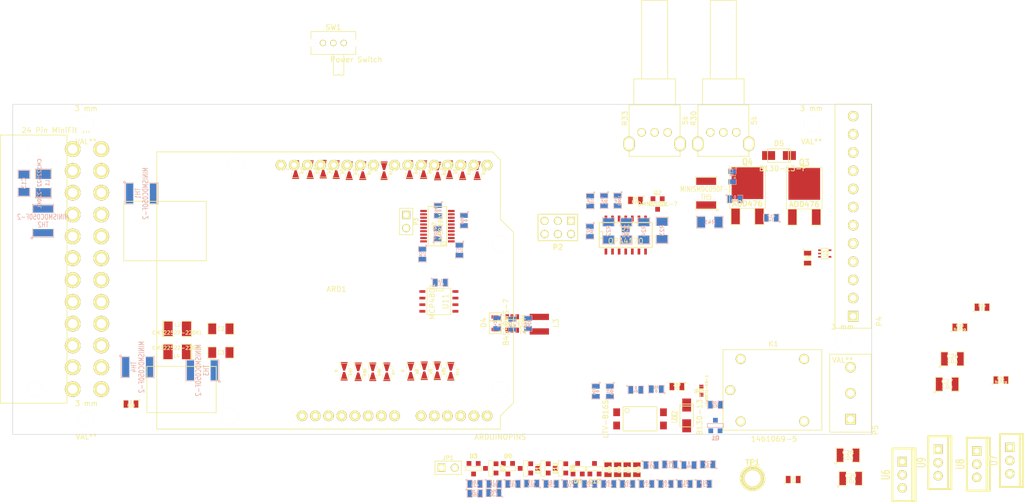
<source format=kicad_pcb>
(kicad_pcb (version 3) (host pcbnew "(2013-07-07 BZR 4022)-stable")
  (title_block (title BenchBudEE) (rev 00) (company "Contextual Electronics"))
  (layers (15 F.Cu signal) (2 PWR power) (1 GND power) (0 B.Cu signal) (18 B.Paste user) (19 F.Paste user) (20 B.SilkS user) (21 F.SilkS user) (22 B.Mask user) (23 F.Mask user) (28 Edge.Cuts user))
  (net 0 "")
  (net 1 +12C)
  (net 2 +12P)
  (net 3 +12V)
  (net 4 +3.3V)
  (net 5 +5P)
  (net 6 +5V)
  (net 7 -12P)
  (net 8 -12V)
  (net 9 /Arduino/CURR_MEAS)
  (net 10 /Arduino/FAN_MODE)
  (net 11 /Arduino/FAN_PWM)
  (net 12 /Arduino/LED_EN_PWM)
  (net 13 /Arduino/MISO)
  (net 14 /Arduino/MOSI)
  (net 15 /Arduino/RELAY+)
  (net 16 /Arduino/RELAY-)
  (net 17 /Arduino/SCLK)
  (net 18 /Arduino/V+_ADJ_MON)
  (net 19 /Arduino/V-_ADJ_MON)
  (net 20 /Arduino/~ADC_CS)
  (net 21 /Arduino/~DR)
  (net 22 /Arduino/~LADC)
  (net 23 /Arduino/~RESET)
  (net 24 /Arduino/~SHDN)
  (net 25 /Fan/CS_N)
  (net 26 /PowerAdjustmentMonitor/V+_ADJ)
  (net 27 /PowerAdjustmentMonitor/V-_ADJ)
  (net 28 /Relay/RELAY_COM)
  (net 29 /Relay/RELAY_NC)
  (net 30 /Relay/RELAY_NO)
  (net 31 "/Terminal Block/FAN_OUT+")
  (net 32 "/Terminal Block/FAN_OUT-")
  (net 33 "/Terminal Block/LED_STRING+")
  (net 34 "/Terminal Block/LED_STRING-")
  (net 35 "/Terminal Block/TACH_IN")
  (net 36 /Thermocoulpe/CH0+)
  (net 37 /Thermocoulpe/CH0-)
  (net 38 /Thermocoulpe/CH1+)
  (net 39 /Thermocoulpe/CH1-)
  (net 40 "/Thermocoulpe/TC IN +")
  (net 41 "/Thermocoulpe/TC IN -")
  (net 42 AGND)
  (net 43 FE_V+)
  (net 44 FE_V-)
  (net 45 GND)
  (net 46 GND_LED)
  (net 47 GND_PWR)
  (net 48 GND_RELAY)
  (net 49 N-00000108)
  (net 50 N-00000110)
  (net 51 N-00000117)
  (net 52 N-00000121)
  (net 53 N-00000122)
  (net 54 N-00000123)
  (net 55 N-00000124)
  (net 56 N-00000126)
  (net 57 N-00000127)
  (net 58 N-00000128)
  (net 59 N-00000133)
  (net 60 N-00000134)
  (net 61 N-00000135)
  (net 62 N-00000136)
  (net 63 N-0000032)
  (net 64 N-0000034)
  (net 65 N-0000035)
  (net 66 N-0000036)
  (net 67 N-0000037)
  (net 68 N-0000038)
  (net 69 N-0000041)
  (net 70 N-0000042)
  (net 71 N-0000043)
  (net 72 N-0000044)
  (net 73 N-0000046)
  (net 74 N-0000049)
  (net 75 N-0000051)
  (net 76 N-0000052)
  (net 77 N-0000053)
  (net 78 N-0000054)
  (net 79 N-0000056)
  (net 80 N-0000057)
  (net 81 N-0000058)
  (net 82 N-0000059)
  (net 83 N-0000060)
  (net 84 N-0000062)
  (net 85 N-0000063)
  (net 86 N-0000067)
  (net 87 N-0000068)
  (net 88 N-0000070)
  (net 89 N-0000071)
  (net 90 N-0000072)
  (net 91 N-0000073)
  (net 92 N-0000074)
  (net 93 N-0000075)
  (net 94 N-0000076)
  (net 95 N-0000078)
  (net 96 N-0000080)
  (net 97 N-0000081)
  (net 98 N-0000082)
  (net 99 N-0000085)
  (net 100 N-0000086)
  (net 101 N-0000087)
  (net 102 N-0000088)
  (net 103 N-0000090)
  (net 104 N-0000091)
  (net 105 N-0000092)
  (net 106 N-0000093)
  (net 107 N-0000095)
  (net 108 N-0000099)
  (module TE-SPDT (layer F.Cu) (at 197.612 129.159)
    (fp_text reference K1 (at 8.3 -8.9) (layer F.SilkS))
    (fp_text value 1461069-5 (at 8.4 9.4) (layer F.SilkS))
    (pad 1 thru_hole circle (at 0 0) (size 1.905 1.905) (drill 1.3) (layers *.Cu *.Mask F.SilkS) (net 28 /Relay/RELAY_COM))
    (pad 2 thru_hole circle (at 2 -6) (size 1.905 1.905) (drill 1.3) (layers *.Cu *.Mask F.SilkS) (net 100 N-0000086))
    (pad 3 thru_hole circle (at 14.2 -6) (size 1.905 1.905) (drill 1.3) (layers *.Cu *.Mask F.SilkS) (net 29 /Relay/RELAY_NC))
    (pad 4 thru_hole circle (at 14.2 6) (size 1.905 1.905) (drill 1.3) (layers *.Cu *.Mask F.SilkS) (net 30 /Relay/RELAY_NO))
    (pad 5 thru_hole circle (at 2 6) (size 1.905 1.905) (drill 1.3) (layers *.Cu *.Mask F.SilkS) (net 106 N-0000093))
  )
  (module SOT23EBC (layer B.Cu) (at 194.754 135.963)
    (fp_text reference Q1 (at 0 2.413) (layer B.SilkS) (effects (font (size 0.762 0.762) (thickness 0.2032)) (justify mirror)))
    (fp_text value 2N3904 hide)
    (pad 1 smd rect (at -0.889 1.016) (size 0.9144 0.9144) (layers B.Cu B.Paste B.Mask) (net 102 N-0000088))
    (pad 2 smd rect (at 0.889 1.016) (size 0.9144 0.9144) (layers B.Cu B.Paste B.Mask) (net 101 N-0000087))
    (pad 3 smd rect (at 0 -1.016) (size 0.9144 0.9144) (layers B.Cu B.Paste B.Mask) (net 106 N-0000093))
  )
  (module SMA (layer F.Cu) (at 189.23 136.017 90)
    (fp_text reference D2 (at 2 -2.3 90) (layer F.SilkS))
    (fp_text value B130-13-F (at 2.7 2.5 90) (layer F.SilkS))
    (pad 1 smd rect (at 0 0 90) (size 2.5 1.7) (layers F.Cu F.Paste F.Mask) (net 106 N-0000093))
    (pad 2 smd rect (at 4 0 90) (size 2.5 1.7) (layers F.Cu F.Paste F.Mask) (net 100 N-0000086))
  )
  (module SM0805 (layer B.Cu) (at 179.451 129.0955)
    (fp_text reference R4 (at 0 0.3175) (layer B.SilkS) (effects (font (size 0.50038 0.50038) (thickness 0.10922)) (justify mirror)))
    (fp_text value 0 (at 0 -0.381) (layer B.SilkS) (effects (font (size 0.50038 0.50038) (thickness 0.10922)) (justify mirror)))
    (pad 1 smd rect (at -0.9525 0) (size 0.889 1.397) (layers B.Cu B.Paste B.Mask) (net 105 N-0000092))
    (pad 2 smd rect (at 0.9525 0) (size 0.889 1.397) (layers B.Cu B.Paste B.Mask) (net 2 +12P))
  )
  (module SM0805 (layer B.Cu) (at 194.754 131.963)
    (fp_text reference R3 (at 0 0.3175) (layer B.SilkS) (effects (font (size 0.50038 0.50038) (thickness 0.10922)) (justify mirror)))
    (fp_text value 100 (at 0 -0.381) (layer B.SilkS) (effects (font (size 0.50038 0.50038) (thickness 0.10922)) (justify mirror)))
    (pad 1 smd rect (at -0.9525 0) (size 0.889 1.397) (layers B.Cu B.Paste B.Mask) (net 103 N-0000090))
    (pad 2 smd rect (at 0.9525 0) (size 0.889 1.397) (layers B.Cu B.Paste B.Mask) (net 101 N-0000087))
  )
  (module SM0805 (layer B.Cu) (at 189.6745 143.5735)
    (fp_text reference R6 (at 0 0.3175) (layer B.SilkS) (effects (font (size 0.50038 0.50038) (thickness 0.10922)) (justify mirror)))
    (fp_text value 0 (at 0 -0.381) (layer B.SilkS) (effects (font (size 0.50038 0.50038) (thickness 0.10922)) (justify mirror)))
    (pad 1 smd rect (at -0.9525 0) (size 0.889 1.397) (layers B.Cu B.Paste B.Mask) (net 102 N-0000088))
    (pad 2 smd rect (at 0.9525 0) (size 0.889 1.397) (layers B.Cu B.Paste B.Mask) (net 48 GND_RELAY))
  )
  (module SM0805 (layer F.Cu) (at 187.354 128.463 180)
    (fp_text reference R2 (at 0 -0.3175 180) (layer F.SilkS) (effects (font (size 0.50038 0.50038) (thickness 0.10922))))
    (fp_text value 200 (at 0 0.381 180) (layer F.SilkS) (effects (font (size 0.50038 0.50038) (thickness 0.10922))))
    (pad 1 smd rect (at -0.9525 0 180) (size 0.889 1.397) (layers F.Cu F.Paste F.Mask) (net 99 N-0000085))
    (pad 2 smd rect (at 0.9525 0 180) (size 0.889 1.397) (layers F.Cu F.Paste F.Mask) (net 48 GND_RELAY))
  )
  (module SM0805 (layer B.Cu) (at 174.466 129.3795 270)
    (fp_text reference R1 (at 0 0.3175 270) (layer B.SilkS) (effects (font (size 0.50038 0.50038) (thickness 0.10922)) (justify mirror)))
    (fp_text value 200 (at 0 -0.381 270) (layer B.SilkS) (effects (font (size 0.50038 0.50038) (thickness 0.10922)) (justify mirror)))
    (pad 1 smd rect (at -0.9525 0 270) (size 0.889 1.397) (layers B.Cu B.Paste B.Mask) (net 16 /Arduino/RELAY-))
    (pad 2 smd rect (at 0.9525 0 270) (size 0.889 1.397) (layers B.Cu B.Paste B.Mask) (net 104 N-0000091))
  )
  (module SM0805 (layer B.Cu) (at 183.388 128.9685 180)
    (fp_text reference R5 (at 0 0.3175 180) (layer B.SilkS) (effects (font (size 0.50038 0.50038) (thickness 0.10922)) (justify mirror)))
    (fp_text value 0 (at 0 -0.381 180) (layer B.SilkS) (effects (font (size 0.50038 0.50038) (thickness 0.10922)) (justify mirror)))
    (pad 1 smd rect (at -0.9525 0 180) (size 0.889 1.397) (layers B.Cu B.Paste B.Mask) (net 100 N-0000086))
    (pad 2 smd rect (at 0.9525 0 180) (size 0.889 1.397) (layers B.Cu B.Paste B.Mask) (net 2 +12P))
  )
  (module LED-0603 (layer F.Cu) (at 192.054 129.263 90)
    (fp_text reference D1 (at 0 -1.016 90) (layer F.SilkS) (effects (font (size 0.508 0.508) (thickness 0.127))))
    (fp_text value "LG Q971-KN-1" (at 0 1.016 90) (layer F.SilkS) (effects (font (size 0.508 0.508) (thickness 0.127))))
    (pad 1 smd rect (at -0.7493 0 90) (size 0.79756 0.79756) (layers F.Cu F.Paste F.Mask) (net 103 N-0000090))
    (pad 2 smd rect (at 0.7493 0 90) (size 0.79756 0.79756) (layers F.Cu F.Paste F.Mask) (net 99 N-0000085))
  )
  (module 4-SMD (layer F.Cu) (at 175.768 133.4135 270)
    (fp_text reference U1 (at 1.16 -11.1 270) (layer F.SilkS))
    (fp_text value LTV-816S (at 1.28 2.13 270) (layer F.SilkS))
    (pad 1 smd rect (at 0 0 270) (size 1.5 1.3) (layers F.Cu F.Paste F.Mask) (net 15 /Arduino/RELAY+))
    (pad 2 smd rect (at 2.54 0 270) (size 1.5 1.3) (layers F.Cu F.Paste F.Mask) (net 104 N-0000091))
    (pad 3 smd rect (at 2.54 -9 270) (size 1.5 1.3) (layers F.Cu F.Paste F.Mask) (net 103 N-0000090))
    (pad 4 smd rect (at 0 -9 270) (size 1.5 1.3) (layers F.Cu F.Paste F.Mask) (net 105 N-0000092))
  )
  (module SSOP20 (layer F.Cu) (at 141.3235 97.6095 90)
    (fp_text reference U2 (at 0 -0.635 90) (layer F.SilkS) (effects (font (size 0.762 0.762) (thickness 0.127))))
    (fp_text value MCP3901 (at 0 0.635 90) (layer F.SilkS) (effects (font (size 0.762 0.762) (thickness 0.127))))
    (pad 1 smd rect (at -2.921 2.667 90) (size 0.4064 1.27) (layers F.Cu F.Paste F.Mask) (net 23 /Arduino/~RESET))
    (pad 2 smd rect (at -2.286 2.667 90) (size 0.4064 1.27) (layers F.Cu F.Paste F.Mask) (net 87 N-0000068))
    (pad 3 smd rect (at -1.6256 2.667 90) (size 0.4064 1.27) (layers F.Cu F.Paste F.Mask) (net 6 +5V))
    (pad 4 smd rect (at -0.9652 2.667 90) (size 0.4064 1.27) (layers F.Cu F.Paste F.Mask) (net 36 /Thermocoulpe/CH0+))
    (pad 5 smd rect (at -0.3302 2.667 90) (size 0.4064 1.27) (layers F.Cu F.Paste F.Mask) (net 37 /Thermocoulpe/CH0-))
    (pad 6 smd rect (at 0.3302 2.667 90) (size 0.4064 1.27) (layers F.Cu F.Paste F.Mask) (net 39 /Thermocoulpe/CH1-))
    (pad 7 smd rect (at 0.9906 2.667 90) (size 0.4064 1.27) (layers F.Cu F.Paste F.Mask) (net 38 /Thermocoulpe/CH1+))
    (pad 8 smd rect (at 1.6256 2.667 90) (size 0.4064 1.27) (layers F.Cu F.Paste F.Mask) (net 42 AGND))
    (pad 9 smd rect (at 2.286 2.667 90) (size 0.4064 1.27) (layers F.Cu F.Paste F.Mask) (net 86 N-0000067))
    (pad 10 smd rect (at 2.921 2.667 90) (size 0.4064 1.27) (layers F.Cu F.Paste F.Mask) (net 42 AGND))
    (pad 11 smd rect (at 2.921 -2.667 90) (size 0.4064 1.27) (layers F.Cu F.Paste F.Mask) (net 42 AGND))
    (pad 12 smd rect (at 2.286 -2.667 90) (size 0.4064 1.27) (layers F.Cu F.Paste F.Mask) (net 84 N-0000062))
    (pad 13 smd rect (at 1.6256 -2.667 90) (size 0.4064 1.27) (layers F.Cu F.Paste F.Mask) (net 85 N-0000063))
    (pad 14 smd rect (at 0.9906 -2.667 90) (size 0.4064 1.27) (layers F.Cu F.Paste F.Mask) (net 21 /Arduino/~DR))
    (pad 15 smd rect (at 0.3302 -2.667 90) (size 0.4064 1.27) (layers F.Cu F.Paste F.Mask) (net 88 N-0000070))
    (pad 16 smd rect (at -0.3302 -2.667 90) (size 0.4064 1.27) (layers F.Cu F.Paste F.Mask) (net 89 N-0000071))
    (pad 17 smd rect (at -0.9652 -2.667 90) (size 0.4064 1.27) (layers F.Cu F.Paste F.Mask) (net 20 /Arduino/~ADC_CS))
    (pad 18 smd rect (at -1.6256 -2.667 90) (size 0.4064 1.27) (layers F.Cu F.Paste F.Mask) (net 17 /Arduino/SCLK))
    (pad 19 smd rect (at -2.286 -2.667 90) (size 0.4064 1.27) (layers F.Cu F.Paste F.Mask) (net 13 /Arduino/MISO))
    (pad 20 smd rect (at -2.921 -2.667 90) (size 0.4064 1.27) (layers F.Cu F.Paste F.Mask) (net 14 /Arduino/MOSI))
  )
  (module SOT353 (layer F.Cu) (at 215.773 102.87)
    (fp_text reference U3 (at 0.09906 0 90) (layer F.SilkS) (effects (font (size 0.762 0.635) (thickness 0.127))))
    (fp_text value LMT84 hide)
    (pad 1 smd rect (at -1.016 -0.635) (size 0.508 0.3048) (layers F.Cu F.Paste F.Mask) (net 42 AGND))
    (pad 3 smd rect (at -1.016 0.635) (size 0.508 0.3048) (layers F.Cu F.Paste F.Mask) (net 38 /Thermocoulpe/CH1+))
    (pad 5 smd rect (at 1.016 -0.635) (size 0.508 0.3048) (layers F.Cu F.Paste F.Mask) (net 42 AGND))
    (pad 2 smd rect (at -1.016 0) (size 0.508 0.3048) (layers F.Cu F.Paste F.Mask) (net 42 AGND))
    (pad 4 smd rect (at 1.016 0.635) (size 0.508 0.3048) (layers F.Cu F.Paste F.Mask) (net 6 +5V))
  )
  (module SO14N (layer F.Cu) (at 177.516 99.1875)
    (fp_text reference U4 (at 0 -1.27) (layer F.SilkS) (effects (font (size 1.016 1.143) (thickness 0.127))))
    (fp_text value OPA4170 (at 0 1.27) (layer F.SilkS) (effects (font (size 1.016 1.016) (thickness 0.127))))
    (pad 1 smd rect (at -3.81 3.302) (size 0.508 1.143) (layers F.Cu F.Paste F.Mask) (net 36 /Thermocoulpe/CH0+))
    (pad 2 smd rect (at -2.54 3.302) (size 0.508 1.143) (layers F.Cu F.Paste F.Mask) (net 97 N-0000081))
    (pad 3 smd rect (at -1.27 3.302) (size 0.508 1.143) (layers F.Cu F.Paste F.Mask) (net 98 N-0000082))
    (pad 4 smd rect (at 0 3.302) (size 0.508 1.143) (layers F.Cu F.Paste F.Mask) (net 43 FE_V+))
    (pad 5 smd rect (at 1.27 3.302) (size 0.508 1.143) (layers F.Cu F.Paste F.Mask) (net 58 N-00000128))
    (pad 6 smd rect (at 2.54 3.302) (size 0.508 1.143) (layers F.Cu F.Paste F.Mask) (net 56 N-00000126))
    (pad 7 smd rect (at 3.81 3.302) (size 0.508 1.143) (layers F.Cu F.Paste F.Mask) (net 55 N-00000124))
    (pad 8 smd rect (at 3.81 -3.048) (size 0.508 1.143) (layers F.Cu F.Paste F.Mask) (net 96 N-0000080))
    (pad 9 smd rect (at 2.54 -3.048) (size 0.508 1.143) (layers F.Cu F.Paste F.Mask) (net 94 N-0000076))
    (pad 11 smd rect (at 0 -3.048) (size 0.508 1.143) (layers F.Cu F.Paste F.Mask) (net 44 FE_V-))
    (pad 12 smd rect (at -1.27 -3.048) (size 0.508 1.143) (layers F.Cu F.Paste F.Mask) (net 41 "/Thermocoulpe/TC IN -"))
    (pad 13 smd rect (at -2.54 -3.048) (size 0.508 1.143) (layers F.Cu F.Paste F.Mask) (net 92 N-0000074))
    (pad 14 smd rect (at -3.81 -3.048) (size 0.508 1.143) (layers F.Cu F.Paste F.Mask) (net 95 N-0000078))
    (pad 10 smd rect (at 1.27 -3.048) (size 0.508 1.143) (layers F.Cu F.Paste F.Mask) (net 40 "/Thermocoulpe/TC IN +"))
  )
  (module SM1206 (layer B.Cu) (at 181.003 98.5235 90)
    (fp_text reference R24 (at 0 0 90) (layer B.SilkS) (effects (font (size 0.762 0.762) (thickness 0.127)) (justify mirror)))
    (fp_text value 200K hide)
    (pad 1 smd rect (at -1.651 0 90) (size 1.524 2.032) (layers B.Cu B.Paste B.Mask) (net 98 N-0000082))
    (pad 2 smd rect (at 1.651 0 90) (size 1.524 2.032) (layers B.Cu B.Paste B.Mask) (net 95 N-0000078))
  )
  (module SM1206 (layer B.Cu) (at 184.503 98.4235 90)
    (fp_text reference R23 (at 0 0 90) (layer B.SilkS) (effects (font (size 0.762 0.762) (thickness 0.127)) (justify mirror)))
    (fp_text value 200K hide)
    (pad 1 smd rect (at -1.651 0 90) (size 1.524 2.032) (layers B.Cu B.Paste B.Mask) (net 97 N-0000081))
    (pad 2 smd rect (at 1.651 0 90) (size 1.524 2.032) (layers B.Cu B.Paste B.Mask) (net 96 N-0000080))
  )
  (module SM1206 (layer B.Cu) (at 174.203 98.5235 270)
    (fp_text reference R22 (at 0 0 270) (layer B.SilkS) (effects (font (size 0.762 0.762) (thickness 0.127)) (justify mirror)))
    (fp_text value 5K hide)
    (pad 1 smd rect (at -1.651 0 270) (size 1.524 2.032) (layers B.Cu B.Paste B.Mask) (net 36 /Thermocoulpe/CH0+))
    (pad 2 smd rect (at 1.651 0 270) (size 1.524 2.032) (layers B.Cu B.Paste B.Mask) (net 97 N-0000081))
  )
  (module SM1206 (layer B.Cu) (at 177.603 98.5235 270)
    (fp_text reference R21 (at 0 0 270) (layer B.SilkS) (effects (font (size 0.762 0.762) (thickness 0.127)) (justify mirror)))
    (fp_text value 5K hide)
    (pad 1 smd rect (at -1.651 0 270) (size 1.524 2.032) (layers B.Cu B.Paste B.Mask) (net 42 AGND))
    (pad 2 smd rect (at 1.651 0 270) (size 1.524 2.032) (layers B.Cu B.Paste B.Mask) (net 98 N-0000082))
  )
  (module SM0805 (layer B.Cu) (at 170.688 92.7735 270)
    (fp_text reference R42 (at 0 0.3175 270) (layer B.SilkS) (effects (font (size 0.50038 0.50038) (thickness 0.10922)) (justify mirror)))
    (fp_text value 10 (at 0 -0.381 270) (layer B.SilkS) (effects (font (size 0.50038 0.50038) (thickness 0.10922)) (justify mirror)))
    (pad 1 smd rect (at -0.9525 0 270) (size 0.889 1.397) (layers B.Cu B.Paste B.Mask) (net 91 N-0000073))
    (pad 2 smd rect (at 0.9525 0 270) (size 0.889 1.397) (layers B.Cu B.Paste B.Mask) (net 92 N-0000074))
  )
  (module SM0805 (layer B.Cu) (at 177.516 99.2875 270)
    (fp_text reference C9 (at 0 0.3175 270) (layer B.SilkS) (effects (font (size 0.50038 0.50038) (thickness 0.10922)) (justify mirror)))
    (fp_text value 1u (at 0 -0.381 270) (layer B.SilkS) (effects (font (size 0.50038 0.50038) (thickness 0.10922)) (justify mirror)))
    (pad 1 smd rect (at -0.9525 0 270) (size 0.889 1.397) (layers B.Cu B.Paste B.Mask) (net 44 FE_V-))
    (pad 2 smd rect (at 0.9525 0 270) (size 0.889 1.397) (layers B.Cu B.Paste B.Mask) (net 42 AGND))
  )
  (module SM0805 (layer B.Cu) (at 173.355 92.71 270)
    (fp_text reference R43 (at 0 0.3175 270) (layer B.SilkS) (effects (font (size 0.50038 0.50038) (thickness 0.10922)) (justify mirror)))
    (fp_text value 100 (at 0 -0.381 270) (layer B.SilkS) (effects (font (size 0.50038 0.50038) (thickness 0.10922)) (justify mirror)))
    (pad 1 smd rect (at -0.9525 0 270) (size 0.889 1.397) (layers B.Cu B.Paste B.Mask) (net 90 N-0000072))
    (pad 2 smd rect (at 0.9525 0 270) (size 0.889 1.397) (layers B.Cu B.Paste B.Mask) (net 92 N-0000074))
  )
  (module SM0805 (layer B.Cu) (at 175.9585 92.71 270)
    (fp_text reference R44 (at 0 0.3175 270) (layer B.SilkS) (effects (font (size 0.50038 0.50038) (thickness 0.10922)) (justify mirror)))
    (fp_text value 1000 (at 0 -0.381 270) (layer B.SilkS) (effects (font (size 0.50038 0.50038) (thickness 0.10922)) (justify mirror)))
    (pad 1 smd rect (at -0.9525 0 270) (size 0.889 1.397) (layers B.Cu B.Paste B.Mask) (net 93 N-0000075))
    (pad 2 smd rect (at 0.9525 0 270) (size 0.889 1.397) (layers B.Cu B.Paste B.Mask) (net 92 N-0000074))
  )
  (module SM0805 (layer F.Cu) (at 212.471 103.759 270)
    (fp_text reference C8 (at 0 -0.3175 270) (layer F.SilkS) (effects (font (size 0.50038 0.50038) (thickness 0.10922))))
    (fp_text value 1u (at 0 0.381 270) (layer F.SilkS) (effects (font (size 0.50038 0.50038) (thickness 0.10922))))
    (pad 1 smd rect (at -0.9525 0 270) (size 0.889 1.397) (layers F.Cu F.Paste F.Mask) (net 6 +5V))
    (pad 2 smd rect (at 0.9525 0 270) (size 0.889 1.397) (layers F.Cu F.Paste F.Mask) (net 42 AGND))
  )
  (module SM0805 (layer B.Cu) (at 170.6245 98.6155 270)
    (fp_text reference R27 (at 0 0.3175 270) (layer B.SilkS) (effects (font (size 0.50038 0.50038) (thickness 0.10922)) (justify mirror)))
    (fp_text value 5K (at 0 -0.381 270) (layer B.SilkS) (effects (font (size 0.50038 0.50038) (thickness 0.10922)) (justify mirror)))
    (pad 1 smd rect (at -0.9525 0 270) (size 0.889 1.397) (layers B.Cu B.Paste B.Mask) (net 92 N-0000074))
    (pad 2 smd rect (at 0.9525 0 270) (size 0.889 1.397) (layers B.Cu B.Paste B.Mask) (net 95 N-0000078))
  )
  (module SM0805 (layer B.Cu) (at 145.542 102.235 270)
    (fp_text reference C7 (at 0 0.3175 270) (layer B.SilkS) (effects (font (size 0.50038 0.50038) (thickness 0.10922)) (justify mirror)))
    (fp_text value 1u (at 0 -0.381 270) (layer B.SilkS) (effects (font (size 0.50038 0.50038) (thickness 0.10922)) (justify mirror)))
    (pad 1 smd rect (at -0.9525 0 270) (size 0.889 1.397) (layers B.Cu B.Paste B.Mask) (net 6 +5V))
    (pad 2 smd rect (at 0.9525 0 270) (size 0.889 1.397) (layers B.Cu B.Paste B.Mask) (net 42 AGND))
  )
  (module SM0805 (layer F.Cu) (at 179.3875 92.6465 180)
    (fp_text reference R25 (at 0 -0.3175 180) (layer F.SilkS) (effects (font (size 0.50038 0.50038) (thickness 0.10922))))
    (fp_text value 5K (at 0 0.381 180) (layer F.SilkS) (effects (font (size 0.50038 0.50038) (thickness 0.10922))))
    (pad 1 smd rect (at -0.9525 0 180) (size 0.889 1.397) (layers F.Cu F.Paste F.Mask) (net 96 N-0000080))
    (pad 2 smd rect (at 0.9525 0 180) (size 0.889 1.397) (layers F.Cu F.Paste F.Mask) (net 94 N-0000076))
  )
  (module SM0805 (layer B.Cu) (at 141.351 99.06 90)
    (fp_text reference C1 (at 0 0.3175 90) (layer B.SilkS) (effects (font (size 0.50038 0.50038) (thickness 0.10922)) (justify mirror)))
    (fp_text value 100PF (at 0 -0.381 90) (layer B.SilkS) (effects (font (size 0.50038 0.50038) (thickness 0.10922)) (justify mirror)))
    (pad 1 smd rect (at -0.9525 0 90) (size 0.889 1.397) (layers B.Cu B.Paste B.Mask) (net 36 /Thermocoulpe/CH0+))
    (pad 2 smd rect (at 0.9525 0 90) (size 0.889 1.397) (layers B.Cu B.Paste B.Mask) (net 37 /Thermocoulpe/CH0-))
  )
  (module SM0805 (layer B.Cu) (at 197.993 88.0745 270)
    (fp_text reference C10 (at -0.768 0.124 270) (layer B.SilkS) (effects (font (size 0.50038 0.50038) (thickness 0.10922)) (justify mirror)))
    (fp_text value 1u (at 0 -0.381 270) (layer B.SilkS) (effects (font (size 0.50038 0.50038) (thickness 0.10922)) (justify mirror)))
    (pad 1 smd rect (at -0.9525 0 270) (size 0.889 1.397) (layers B.Cu B.Paste B.Mask) (net 43 FE_V+))
    (pad 2 smd rect (at 0.9525 0 270) (size 0.889 1.397) (layers B.Cu B.Paste B.Mask) (net 42 AGND))
  )
  (module SM0805 (layer B.Cu) (at 138.43 102.997 270)
    (fp_text reference C6 (at 0 0.3175 270) (layer B.SilkS) (effects (font (size 0.50038 0.50038) (thickness 0.10922)) (justify mirror)))
    (fp_text value 1u (at 0 -0.381 270) (layer B.SilkS) (effects (font (size 0.50038 0.50038) (thickness 0.10922)) (justify mirror)))
    (pad 1 smd rect (at -0.9525 0 270) (size 0.889 1.397) (layers B.Cu B.Paste B.Mask) (net 87 N-0000068))
    (pad 2 smd rect (at 0.9525 0 270) (size 0.889 1.397) (layers B.Cu B.Paste B.Mask) (net 42 AGND))
  )
  (module pin_array_3x2 (layer F.Cu) (at 164.465 97.8535 180)
    (fp_text reference P2 (at 0 -3.81 180) (layer F.SilkS) (effects (font (size 1.016 1.016) (thickness 0.2032))))
    (fp_text value CONN_3X2 hide)
    (pad 1 thru_hole rect (at -2.54 1.27 180) (size 1.524 1.524) (drill 1.016) (layers *.Cu *.Mask F.SilkS) (net 94 N-0000076))
    (pad 2 thru_hole circle (at -2.54 -1.27 180) (size 1.524 1.524) (drill 1.016) (layers *.Cu *.Mask F.SilkS) (net 93 N-0000075))
    (pad 3 thru_hole circle (at 0 1.27 180) (size 1.524 1.524) (drill 1.016) (layers *.Cu *.Mask F.SilkS) (net 94 N-0000076))
    (pad 4 thru_hole circle (at 0 -1.27 180) (size 1.524 1.524) (drill 1.016) (layers *.Cu *.Mask F.SilkS) (net 90 N-0000072))
    (pad 5 thru_hole circle (at 2.54 1.27 180) (size 1.524 1.524) (drill 1.016) (layers *.Cu *.Mask F.SilkS) (net 94 N-0000076))
    (pad 6 thru_hole circle (at 2.54 -1.27 180) (size 1.524 1.524) (drill 1.016) (layers *.Cu *.Mask F.SilkS) (net 91 N-0000073))
  )
  (module PIN_ARRAY_2X1 (layer F.Cu) (at 135.3185 96.7105 270)
    (fp_text reference P3 (at 0 -1.905 270) (layer F.SilkS) (effects (font (size 0.762 0.762) (thickness 0.1524))))
    (fp_text value CONN_2 hide)
    (pad 1 thru_hole rect (at -1.27 0 270) (size 1.524 1.524) (drill 1.016) (layers *.Cu *.Mask F.SilkS) (net 84 N-0000062))
    (pad 2 thru_hole circle (at 1.27 0 270) (size 1.524 1.524) (drill 1.016) (layers *.Cu *.Mask F.SilkS) (net 85 N-0000063))
  )
  (module SM0805 (layer B.Cu) (at 146.431 96.52 270)
    (fp_text reference R50 (at 0 0.3175 270) (layer B.SilkS) (effects (font (size 0.50038 0.50038) (thickness 0.10922)) (justify mirror)))
    (fp_text value 0 (at 0 -0.381 270) (layer B.SilkS) (effects (font (size 0.50038 0.50038) (thickness 0.10922)) (justify mirror)))
    (pad 1 smd rect (at -0.9525 0 270) (size 0.889 1.397) (layers B.Cu B.Paste B.Mask) (net 42 AGND))
    (pad 2 smd rect (at 0.9525 0 270) (size 0.889 1.397) (layers B.Cu B.Paste B.Mask) (net 39 /Thermocoulpe/CH1-))
  )
  (module SM0805 (layer B.Cu) (at 141.4235 94.6095 270)
    (fp_text reference R51 (at 0 0.3175 270) (layer B.SilkS) (effects (font (size 0.50038 0.50038) (thickness 0.10922)) (justify mirror)))
    (fp_text value 0 (at 0 -0.381 270) (layer B.SilkS) (effects (font (size 0.50038 0.50038) (thickness 0.10922)) (justify mirror)))
    (pad 1 smd rect (at -0.9525 0 270) (size 0.889 1.397) (layers B.Cu B.Paste B.Mask) (net 42 AGND))
    (pad 2 smd rect (at 0.9525 0 270) (size 0.889 1.397) (layers B.Cu B.Paste B.Mask) (net 37 /Thermocoulpe/CH0-))
  )
  (module 3_PinTB (layer F.Cu) (at 220.726 134.747 90)
    (fp_text reference P5 (at -2.1 4.8 90) (layer F.SilkS))
    (fp_text value "3 Pin Terminal Block" hide)
    (pad 1 thru_hole rect (at 0 0 90) (size 2 2) (drill 1.3) (layers *.Cu *.Mask F.SilkS) (net 30 /Relay/RELAY_NO))
    (pad 2 thru_hole circle (at 5 0 90) (size 2 2) (drill 1.3) (layers *.Cu *.Mask F.SilkS) (net 28 /Relay/RELAY_COM))
    (pad 3 thru_hole circle (at 10 0 90) (size 2 2) (drill 1.3) (layers *.Cu *.Mask F.SilkS) (net 29 /Relay/RELAY_NC))
  )
  (module 12_PinTB (layer F.Cu) (at 221.234 114.935 90)
    (fp_text reference P4 (at -1 5 90) (layer F.SilkS))
    (fp_text value "12 Pin Terminal Block" hide)
    (pad 1 thru_hole rect (at 0 0 90) (size 2 2) (drill 1.2) (layers *.Cu *.Mask F.SilkS) (net 33 "/Terminal Block/LED_STRING+"))
    (pad 2 thru_hole circle (at 3.5 0 90) (size 2 2) (drill 1.2) (layers *.Cu *.Mask F.SilkS) (net 34 "/Terminal Block/LED_STRING-"))
    (pad 3 thru_hole circle (at 7 0 90) (size 2 2) (drill 1.2) (layers *.Cu *.Mask F.SilkS) (net 35 "/Terminal Block/TACH_IN"))
    (pad 4 thru_hole circle (at 10.5 0 90) (size 2 2) (drill 1.2) (layers *.Cu *.Mask F.SilkS) (net 32 "/Terminal Block/FAN_OUT-"))
    (pad 5 thru_hole circle (at 14 0 90) (size 2 2) (drill 1.2) (layers *.Cu *.Mask F.SilkS) (net 31 "/Terminal Block/FAN_OUT+"))
    (pad 6 thru_hole circle (at 17.5 0 90) (size 2 2) (drill 1.2) (layers *.Cu *.Mask F.SilkS) (net 40 "/Thermocoulpe/TC IN +"))
    (pad 7 thru_hole circle (at 21 0 90) (size 2 2) (drill 1.2) (layers *.Cu *.Mask F.SilkS) (net 41 "/Thermocoulpe/TC IN -"))
    (pad 8 thru_hole circle (at 24.5 0 90) (size 2 2) (drill 1.2) (layers *.Cu *.Mask F.SilkS) (net 5 +5P))
    (pad 9 thru_hole circle (at 28 0 90) (size 2 2) (drill 1.2) (layers *.Cu *.Mask F.SilkS) (net 47 GND_PWR))
    (pad 10 thru_hole circle (at 31.5 0 90) (size 2 2) (drill 1.2) (layers *.Cu *.Mask F.SilkS) (net 4 +3.3V))
    (pad 11 thru_hole circle (at 35 0 90) (size 2 2) (drill 1.2) (layers *.Cu *.Mask F.SilkS) (net 27 /PowerAdjustmentMonitor/V-_ADJ))
    (pad 12 thru_hole circle (at 38.5 0 90) (size 2 2) (drill 1.2) (layers *.Cu *.Mask F.SilkS) (net 26 /PowerAdjustmentMonitor/V+_ADJ))
  )
  (module ATX_Header (layer F.Cu) (at 63.919 82.773 270)
    (fp_text reference P1 hide)
    (fp_text value "24 Pin MiniFit JR" (at -3.6 -4.1 360) (layer F.SilkS))
    (pad "" np_thru_hole circle (at 0 0 270) (size 3 3) (drill 3) (layers *.Cu *.Mask F.SilkS))
    (pad "" np_thru_hole circle (at 46.2 0 270) (size 3 3) (drill 3) (layers *.Cu *.Mask F.SilkS))
    (pad 1 thru_hole circle (at 46.2 -7.3 270) (size 3 3) (drill 1.8) (layers *.Cu *.Mask F.SilkS))
    (pad 2 thru_hole circle (at 42 -7.3 270) (size 3 3) (drill 1.8) (layers *.Cu *.Mask F.SilkS) (net 51 N-00000117))
    (pad 3 thru_hole circle (at 37.8 -7.3 270) (size 3 3) (drill 1.8) (layers *.Cu *.Mask F.SilkS) (net 45 GND))
    (pad 4 thru_hole circle (at 33.6 -7.3 270) (size 3 3) (drill 1.8) (layers *.Cu *.Mask F.SilkS) (net 50 N-00000110))
    (pad 5 thru_hole circle (at 29.4 -7.3 270) (size 3 3) (drill 1.8) (layers *.Cu *.Mask F.SilkS) (net 45 GND))
    (pad 6 thru_hole circle (at 25.2 -7.3 270) (size 3 3) (drill 1.8) (layers *.Cu *.Mask F.SilkS) (net 50 N-00000110))
    (pad 7 thru_hole circle (at 21 -7.3 270) (size 3 3) (drill 1.8) (layers *.Cu *.Mask F.SilkS))
    (pad 8 thru_hole circle (at 16.8 -7.3 270) (size 3 3) (drill 1.8) (layers *.Cu *.Mask F.SilkS))
    (pad 9 thru_hole circle (at 12.6 -7.3 270) (size 3 3) (drill 1.8) (layers *.Cu *.Mask F.SilkS))
    (pad 10 thru_hole circle (at 8.4 -7.3 270) (size 3 3) (drill 1.8) (layers *.Cu *.Mask F.SilkS) (net 1 +12C))
    (pad 11 thru_hole circle (at 4.2 -7.3 270) (size 3 3) (drill 1.8) (layers *.Cu *.Mask F.SilkS))
    (pad 12 thru_hole circle (at 0 -7.3 270) (size 3 3) (drill 1.8) (layers *.Cu *.Mask F.SilkS) (net 51 N-00000117))
    (pad 13 thru_hole circle (at 46.2 -12.8 270) (size 3 3) (drill 1.8) (layers *.Cu *.Mask F.SilkS))
    (pad 14 thru_hole circle (at 42 -12.8 270) (size 3 3) (drill 1.8) (layers *.Cu *.Mask F.SilkS) (net 49 N-00000108))
    (pad 15 thru_hole circle (at 37.8 -12.8 270) (size 3 3) (drill 1.8) (layers *.Cu *.Mask F.SilkS))
    (pad 16 thru_hole circle (at 33.6 -12.8 270) (size 3 3) (drill 1.8) (layers *.Cu *.Mask F.SilkS) (net 107 N-0000095))
    (pad 17 thru_hole circle (at 29.4 -12.8 270) (size 3 3) (drill 1.8) (layers *.Cu *.Mask F.SilkS))
    (pad 18 thru_hole circle (at 25.2 -12.8 270) (size 3 3) (drill 1.8) (layers *.Cu *.Mask F.SilkS))
    (pad 19 thru_hole circle (at 21 -12.8 270) (size 3 3) (drill 1.8) (layers *.Cu *.Mask F.SilkS))
    (pad 20 thru_hole circle (at 16.8 -12.8 270) (size 3 3) (drill 1.8) (layers *.Cu *.Mask F.SilkS))
    (pad 21 thru_hole circle (at 12.6 -12.8 270) (size 3 3) (drill 1.8) (layers *.Cu *.Mask F.SilkS))
    (pad 22 thru_hole circle (at 8.4 -12.8 270) (size 3 3) (drill 1.8) (layers *.Cu *.Mask F.SilkS))
    (pad 23 thru_hole circle (at 4.2 -12.8 270) (size 3 3) (drill 1.8) (layers *.Cu *.Mask F.SilkS))
    (pad 24 thru_hole circle (at 0 -12.8 270) (size 3 3) (drill 1.8) (layers *.Cu *.Mask F.SilkS))
  )
  (module SM0805 (layer B.Cu) (at 171.766 129.3795 270)
    (fp_text reference R26 (at 0 0.3175 270) (layer B.SilkS) (effects (font (size 0.50038 0.50038) (thickness 0.10922)) (justify mirror)))
    (fp_text value 0 (at 0 -0.381 270) (layer B.SilkS) (effects (font (size 0.50038 0.50038) (thickness 0.10922)) (justify mirror)))
    (pad 1 smd rect (at -0.9525 0 270) (size 0.889 1.397) (layers B.Cu B.Paste B.Mask) (net 16 /Arduino/RELAY-))
    (pad 2 smd rect (at 0.9525 0 270) (size 0.889 1.397) (layers B.Cu B.Paste B.Mask) (net 45 GND))
  )
  (module SOT23GDS (layer F.Cu) (at 183.642 93.345)
    (fp_text reference Q2 (at 0 -2.159) (layer F.SilkS) (effects (font (size 0.762 0.762) (thickness 0.12954))))
    (fp_text value DMN65D8L-7 (at 0 0) (layer F.SilkS) (effects (font (size 0.762 0.762) (thickness 0.12954))))
    (pad S smd rect (at -0.889 -1.016) (size 0.9144 0.9144) (layers F.Cu F.Paste F.Mask) (net 53 N-00000122))
    (pad G smd rect (at 0.889 -1.016) (size 0.9144 0.9144) (layers F.Cu F.Paste F.Mask) (net 11 /Arduino/FAN_PWM))
    (pad D smd rect (at 0 1.016) (size 0.9144 0.9144) (layers F.Cu F.Paste F.Mask) (net 58 N-00000128))
  )
  (module SO8N (layer F.Cu) (at 141.605 112.0775 270)
    (fp_text reference U11 (at 0 -1.27 270) (layer F.SilkS) (effects (font (size 1.143 1.016) (thickness 0.127))))
    (fp_text value MCP4801 (at 0 1.27 270) (layer F.SilkS) (effects (font (size 1.016 1.016) (thickness 0.127))))
    (pad 8 smd rect (at -1.905 -3.175 270) (size 0.508 1.143) (layers F.Cu F.Paste F.Mask) (net 57 N-00000127))
    (pad 7 smd rect (at -0.635 -3.175 270) (size 0.508 1.143) (layers F.Cu F.Paste F.Mask) (net 42 AGND))
    (pad 6 smd rect (at 0.635 -3.175 270) (size 0.508 1.143) (layers F.Cu F.Paste F.Mask) (net 24 /Arduino/~SHDN))
    (pad 5 smd rect (at 1.905 -3.175 270) (size 0.508 1.143) (layers F.Cu F.Paste F.Mask) (net 22 /Arduino/~LADC))
    (pad 4 smd rect (at 1.905 3.175 270) (size 0.508 1.143) (layers F.Cu F.Paste F.Mask) (net 14 /Arduino/MOSI))
    (pad 3 smd rect (at 0.635 3.175 270) (size 0.508 1.143) (layers F.Cu F.Paste F.Mask) (net 17 /Arduino/SCLK))
    (pad 2 smd rect (at -0.635 3.175 270) (size 0.508 1.143) (layers F.Cu F.Paste F.Mask) (net 25 /Fan/CS_N))
    (pad 1 smd rect (at -1.905 3.175 270) (size 0.508 1.143) (layers F.Cu F.Paste F.Mask) (net 6 +5V))
  )
  (module SMA (layer F.Cu) (at 204.978 84.0105)
    (fp_text reference D5 (at 2 -2.3) (layer F.SilkS))
    (fp_text value B130-13-F (at 2.7 2.5) (layer F.SilkS))
    (pad 1 smd rect (at 0 0) (size 2.5 1.7) (layers F.Cu F.Paste F.Mask) (net 32 "/Terminal Block/FAN_OUT-"))
    (pad 2 smd rect (at 4 0) (size 2.5 1.7) (layers F.Cu F.Paste F.Mask) (net 31 "/Terminal Block/FAN_OUT+"))
  )
  (module SM1812 (layer F.Cu) (at 192.9765 91.2495 90)
    (fp_text reference TH5 (at -0.74676 0 180) (layer F.SilkS) (effects (font (size 1.016 0.762) (thickness 0.127))))
    (fp_text value MINISMDC050F-2 (at 0.762 0 180) (layer F.SilkS) (effects (font (size 1.016 0.762) (thickness 0.127))))
    (pad 1 smd rect (at -2.286 0 90) (size 1.397 3.81) (layers F.Cu F.Paste F.Mask) (net 1 +12C))
    (pad 2 smd rect (at 2.286 0 90) (size 1.397 3.81) (layers F.Cu F.Paste F.Mask) (net 31 "/Terminal Block/FAN_OUT+"))
  )
  (module SM1206 (layer B.Cu) (at 193.675 96.8375)
    (fp_text reference R41 (at 0 0) (layer B.SilkS) (effects (font (size 0.762 0.762) (thickness 0.127)) (justify mirror)))
    (fp_text value 1 hide)
    (pad 1 smd rect (at -1.651 0) (size 1.524 2.032) (layers B.Cu B.Paste B.Mask) (net 9 /Arduino/CURR_MEAS))
    (pad 2 smd rect (at 1.651 0) (size 1.524 2.032) (layers B.Cu B.Paste B.Mask) (net 42 AGND))
  )
  (module SM0805 (layer B.Cu) (at 198.501 92.3925)
    (fp_text reference R40 (at 0 0.3175) (layer B.SilkS) (effects (font (size 0.50038 0.50038) (thickness 0.10922)) (justify mirror)))
    (fp_text value 0 (at 0 -0.381) (layer B.SilkS) (effects (font (size 0.50038 0.50038) (thickness 0.10922)) (justify mirror)))
    (pad 1 smd rect (at -0.9525 0) (size 0.889 1.397) (layers B.Cu B.Paste B.Mask) (net 57 N-00000127))
    (pad 2 smd rect (at 0.9525 0) (size 0.889 1.397) (layers B.Cu B.Paste B.Mask) (net 58 N-00000128))
  )
  (module SM0805 (layer B.Cu) (at 205.486 96.012 180)
    (fp_text reference C12 (at 0 0.3175 180) (layer B.SilkS) (effects (font (size 0.50038 0.50038) (thickness 0.10922)) (justify mirror)))
    (fp_text value 1u (at 0 -0.381 180) (layer B.SilkS) (effects (font (size 0.50038 0.50038) (thickness 0.10922)) (justify mirror)))
    (pad 1 smd rect (at -0.9525 0 180) (size 0.889 1.397) (layers B.Cu B.Paste B.Mask) (net 1 +12C))
    (pad 2 smd rect (at 0.9525 0 180) (size 0.889 1.397) (layers B.Cu B.Paste B.Mask) (net 42 AGND))
  )
  (module SM0805 (layer B.Cu) (at 141.859 108.458)
    (fp_text reference C11 (at 0 0.3175) (layer B.SilkS) (effects (font (size 0.50038 0.50038) (thickness 0.10922)) (justify mirror)))
    (fp_text value 1u (at 0 -0.381) (layer B.SilkS) (effects (font (size 0.50038 0.50038) (thickness 0.10922)) (justify mirror)))
    (pad 1 smd rect (at -0.9525 0) (size 0.889 1.397) (layers B.Cu B.Paste B.Mask) (net 6 +5V))
    (pad 2 smd rect (at 0.9525 0) (size 0.889 1.397) (layers B.Cu B.Paste B.Mask))
  )
  (module DPAK2 (layer F.Cu) (at 211.836 95.8215)
    (fp_text reference Q3 (at 0 -10.414) (layer F.SilkS) (effects (font (size 1.27 1.016) (thickness 0.2032))))
    (fp_text value AOD476 (at 0 -2.413) (layer F.SilkS) (effects (font (size 1.016 1.016) (thickness 0.2032))))
    (pad 1 smd rect (at -2.286 0) (size 1.651 3.048) (layers F.Cu F.Paste F.Mask) (net 10 /Arduino/FAN_MODE))
    (pad 2 smd rect (at 0 -6.35) (size 6.096 6.096) (layers F.Cu F.Paste F.Mask) (net 9 /Arduino/CURR_MEAS))
    (pad 3 smd rect (at 2.286 0) (size 1.651 3.048) (layers F.Cu F.Paste F.Mask) (net 42 AGND))
  )
  (module DPAK2 (layer F.Cu) (at 200.914 95.6945)
    (fp_text reference Q4 (at 0 -10.414) (layer F.SilkS) (effects (font (size 1.27 1.016) (thickness 0.2032))))
    (fp_text value AOD476 (at 0 -2.413) (layer F.SilkS) (effects (font (size 1.016 1.016) (thickness 0.2032))))
    (pad 1 smd rect (at -2.286 0) (size 1.651 3.048) (layers F.Cu F.Paste F.Mask) (net 54 N-00000123))
    (pad 2 smd rect (at 0 -6.35) (size 6.096 6.096) (layers F.Cu F.Paste F.Mask) (net 32 "/Terminal Block/FAN_OUT-"))
    (pad 3 smd rect (at 2.286 0) (size 1.651 3.048) (layers F.Cu F.Paste F.Mask) (net 9 /Arduino/CURR_MEAS))
  )
  (module SM1812 (layer B.Cu) (at 84.455 91.313)
    (fp_text reference TH1 (at -0.74676 0 270) (layer B.SilkS) (effects (font (size 1.016 0.762) (thickness 0.127)) (justify mirror)))
    (fp_text value MINISMDC050F-2 (at 0.762 0 270) (layer B.SilkS) (effects (font (size 1.016 0.762) (thickness 0.127)) (justify mirror)))
    (pad 1 smd rect (at -2.286 0) (size 1.397 3.81) (layers B.Cu B.Paste B.Mask) (net 51 N-00000117))
    (pad 2 smd rect (at 2.286 0) (size 1.397 3.81) (layers B.Cu B.Paste B.Mask) (net 4 +3.3V))
  )
  (module SM1812 (layer B.Cu) (at 65.532 96.5835 90)
    (fp_text reference TH2 (at -0.74676 0 360) (layer B.SilkS) (effects (font (size 1.016 0.762) (thickness 0.127)) (justify mirror)))
    (fp_text value MINISMDC050F-2 (at 0.762 0 360) (layer B.SilkS) (effects (font (size 1.016 0.762) (thickness 0.127)) (justify mirror)))
    (pad 1 smd rect (at -2.286 0 90) (size 1.397 3.81) (layers B.Cu B.Paste B.Mask) (net 50 N-00000110))
    (pad 2 smd rect (at 2.286 0 90) (size 1.397 3.81) (layers B.Cu B.Paste B.Mask) (net 5 +5P))
  )
  (module SM1812 (layer B.Cu) (at 96.139 125.349 180)
    (fp_text reference TH3 (at -0.74676 0 450) (layer B.SilkS) (effects (font (size 1.016 0.762) (thickness 0.127)) (justify mirror)))
    (fp_text value MINISMDC050F-2 (at 0.762 0 450) (layer B.SilkS) (effects (font (size 1.016 0.762) (thickness 0.127)) (justify mirror)))
    (pad 1 smd rect (at -2.286 0 180) (size 1.397 3.81) (layers B.Cu B.Paste B.Mask) (net 1 +12C))
    (pad 2 smd rect (at 2.286 0 180) (size 1.397 3.81) (layers B.Cu B.Paste B.Mask) (net 2 +12P))
  )
  (module SM1812 (layer B.Cu) (at 83.693 124.714)
    (fp_text reference TH4 (at -0.74676 0 270) (layer B.SilkS) (effects (font (size 1.016 0.762) (thickness 0.127)) (justify mirror)))
    (fp_text value MINISMDC050F-2 (at 0.762 0 270) (layer B.SilkS) (effects (font (size 1.016 0.762) (thickness 0.127)) (justify mirror)))
    (pad 1 smd rect (at -2.286 0) (size 1.397 3.81) (layers B.Cu B.Paste B.Mask) (net 49 N-00000108))
    (pad 2 smd rect (at 2.286 0) (size 1.397 3.81) (layers B.Cu B.Paste B.Mask) (net 7 -12P))
  )
  (module SM1210L (layer F.Cu) (at 91.313 117.348)
    (fp_text reference L2 (at 0.127 -0.762) (layer F.SilkS) (effects (font (size 0.7 0.7) (thickness 0.127))))
    (fp_text value CM322522-220KL (at 0 0.762) (layer F.SilkS) (effects (font (size 0.7 0.7) (thickness 0.127))))
    (pad 1 smd rect (at -1.778 0) (size 1.778 2.794) (layers F.Cu F.Paste F.Mask) (net 2 +12P))
    (pad 2 smd rect (at 1.778 0) (size 1.778 2.794) (layers F.Cu F.Paste F.Mask) (net 3 +12V))
  )
  (module SM1210L (layer B.Cu) (at 65.5955 89.408 90)
    (fp_text reference L1 (at 0.127 0.762 90) (layer B.SilkS) (effects (font (size 0.7 0.7) (thickness 0.127)) (justify mirror)))
    (fp_text value CM322522-220KL (at 0 -0.762 90) (layer B.SilkS) (effects (font (size 0.7 0.7) (thickness 0.127)) (justify mirror)))
    (pad 1 smd rect (at -1.778 0 90) (size 1.778 2.794) (layers B.Cu B.Paste B.Mask) (net 5 +5P))
    (pad 2 smd rect (at 1.778 0 90) (size 1.778 2.794) (layers B.Cu B.Paste B.Mask) (net 6 +5V))
  )
  (module SM1210L (layer F.Cu) (at 91.313 121.793 180)
    (fp_text reference L4 (at 0.127 -0.762 180) (layer F.SilkS) (effects (font (size 0.7 0.7) (thickness 0.127))))
    (fp_text value CM322522-220KL (at 0 0.762 180) (layer F.SilkS) (effects (font (size 0.7 0.7) (thickness 0.127))))
    (pad 1 smd rect (at -1.778 0 180) (size 1.778 2.794) (layers F.Cu F.Paste F.Mask) (net 8 -12V))
    (pad 2 smd rect (at 1.778 0 180) (size 1.778 2.794) (layers F.Cu F.Paste F.Mask) (net 7 -12P))
  )
  (module SM1206 (layer F.Cu) (at 99.695 117.348)
    (fp_text reference C2 (at 0 0) (layer F.SilkS) (effects (font (size 0.762 0.762) (thickness 0.127))))
    (fp_text value 10u hide)
    (pad 1 smd rect (at -1.651 0) (size 1.524 2.032) (layers F.Cu F.Paste F.Mask) (net 3 +12V))
    (pad 2 smd rect (at 1.651 0) (size 1.524 2.032) (layers F.Cu F.Paste F.Mask) (net 45 GND))
  )
  (module SM1206 (layer F.Cu) (at 99.695 121.92 180)
    (fp_text reference C3 (at 0 0 180) (layer F.SilkS) (effects (font (size 0.762 0.762) (thickness 0.127))))
    (fp_text value 10u hide)
    (pad 1 smd rect (at -1.651 0 180) (size 1.524 2.032) (layers F.Cu F.Paste F.Mask) (net 45 GND))
    (pad 2 smd rect (at 1.651 0 180) (size 1.524 2.032) (layers F.Cu F.Paste F.Mask) (net 8 -12V))
  )
  (module SM1206 (layer B.Cu) (at 61.849 89.3445 270)
    (fp_text reference C13 (at 0 0 270) (layer B.SilkS) (effects (font (size 0.762 0.762) (thickness 0.127)) (justify mirror)))
    (fp_text value 10u hide)
    (pad 1 smd rect (at -1.651 0 270) (size 1.524 2.032) (layers B.Cu B.Paste B.Mask) (net 6 +5V))
    (pad 2 smd rect (at 1.651 0 270) (size 1.524 2.032) (layers B.Cu B.Paste B.Mask) (net 45 GND))
  )
  (module SM0805 (layer F.Cu) (at 82.423 131.826 180)
    (fp_text reference R28 (at 0 -0.3175 180) (layer F.SilkS) (effects (font (size 0.50038 0.50038) (thickness 0.10922))))
    (fp_text value 0 (at 0 0.381 180) (layer F.SilkS) (effects (font (size 0.50038 0.50038) (thickness 0.10922))))
    (pad 1 smd rect (at -0.9525 0 180) (size 0.889 1.397) (layers F.Cu F.Paste F.Mask) (net 108 N-0000099))
    (pad 2 smd rect (at 0.9525 0 180) (size 0.889 1.397) (layers F.Cu F.Paste F.Mask) (net 4 +3.3V))
  )
  (module BB_Switch (layer F.Cu) (at 117.221 62.357)
    (fp_text reference SW1 (at 4.1 -3) (layer F.SilkS))
    (fp_text value "Power Switch" (at 8.5 3.2) (layer F.SilkS))
    (pad "" np_thru_hole circle (at 0 0) (size 1.5 1.5) (drill 1.5) (layers *.Cu *.Mask F.SilkS))
    (pad 1 thru_hole circle (at 2.1 0) (size 1.2 1.2) (drill 0.8) (layers *.Cu *.Mask F.SilkS) (net 108 N-0000099))
    (pad 2 thru_hole circle (at 4.1 0) (size 1.2 1.2) (drill 0.8) (layers *.Cu *.Mask F.SilkS) (net 107 N-0000095))
    (pad 3 thru_hole circle (at 6.1 0) (size 1.2 1.2) (drill 0.8) (layers *.Cu *.Mask F.SilkS) (net 45 GND))
    (pad "" np_thru_hole circle (at 8.2 0) (size 1.5 1.5) (drill 1.5) (layers *.Cu *.Mask F.SilkS))
  )
  (module SM0805 (layer B.Cu) (at 148.5265 147.193)
    (fp_text reference C23 (at 0 0.3175) (layer B.SilkS) (effects (font (size 0.50038 0.50038) (thickness 0.10922)) (justify mirror)))
    (fp_text value 10u (at 0 -0.381) (layer B.SilkS) (effects (font (size 0.50038 0.50038) (thickness 0.10922)) (justify mirror)))
    (pad 1 smd rect (at -0.9525 0) (size 0.889 1.397) (layers B.Cu B.Paste B.Mask) (net 42 AGND))
    (pad 2 smd rect (at 0.9525 0) (size 0.889 1.397) (layers B.Cu B.Paste B.Mask) (net 44 FE_V-))
  )
  (module SM0805 (layer B.Cu) (at 152.2095 147.193)
    (fp_text reference R54 (at 0 0.3175) (layer B.SilkS) (effects (font (size 0.50038 0.50038) (thickness 0.10922)) (justify mirror)))
    (fp_text value 9.1K (at 0 -0.381) (layer B.SilkS) (effects (font (size 0.50038 0.50038) (thickness 0.10922)) (justify mirror)))
    (pad 1 smd rect (at -0.9525 0) (size 0.889 1.397) (layers B.Cu B.Paste B.Mask) (net 59 N-00000133))
    (pad 2 smd rect (at 0.9525 0) (size 0.889 1.397) (layers B.Cu B.Paste B.Mask) (net 42 AGND))
  )
  (module SM0805 (layer B.Cu) (at 155.829 147.193)
    (fp_text reference R32 (at 0 0.3175) (layer B.SilkS) (effects (font (size 0.50038 0.50038) (thickness 0.10922)) (justify mirror)))
    (fp_text value 715 (at 0 -0.381) (layer B.SilkS) (effects (font (size 0.50038 0.50038) (thickness 0.10922)) (justify mirror)))
    (pad 1 smd rect (at -0.9525 0) (size 0.889 1.397) (layers B.Cu B.Paste B.Mask) (net 27 /PowerAdjustmentMonitor/V-_ADJ))
    (pad 2 smd rect (at 0.9525 0) (size 0.889 1.397) (layers B.Cu B.Paste B.Mask) (net 62 N-00000136))
  )
  (module SM0805 (layer B.Cu) (at 159.4485 147.1295 180)
    (fp_text reference C19 (at 0 0.3175 180) (layer B.SilkS) (effects (font (size 0.50038 0.50038) (thickness 0.10922)) (justify mirror)))
    (fp_text value .01u (at 0 -0.381 180) (layer B.SilkS) (effects (font (size 0.50038 0.50038) (thickness 0.10922)) (justify mirror)))
    (pad 1 smd rect (at -0.9525 0 180) (size 0.889 1.397) (layers B.Cu B.Paste B.Mask) (net 61 N-00000135))
    (pad 2 smd rect (at 0.9525 0 180) (size 0.889 1.397) (layers B.Cu B.Paste B.Mask) (net 47 GND_PWR))
  )
  (module SM0805 (layer B.Cu) (at 193.294 143.4465 180)
    (fp_text reference C24 (at 0 0.3175 180) (layer B.SilkS) (effects (font (size 0.50038 0.50038) (thickness 0.10922)) (justify mirror)))
    (fp_text value 10u (at 0 -0.381 180) (layer B.SilkS) (effects (font (size 0.50038 0.50038) (thickness 0.10922)) (justify mirror)))
    (pad 1 smd rect (at -0.9525 0 180) (size 0.889 1.397) (layers B.Cu B.Paste B.Mask) (net 26 /PowerAdjustmentMonitor/V+_ADJ))
    (pad 2 smd rect (at 0.9525 0 180) (size 0.889 1.397) (layers B.Cu B.Paste B.Mask) (net 47 GND_PWR))
  )
  (module SM0805 (layer B.Cu) (at 163.195 147.193)
    (fp_text reference C25 (at 0 0.3175) (layer B.SilkS) (effects (font (size 0.50038 0.50038) (thickness 0.10922)) (justify mirror)))
    (fp_text value 10u (at 0 -0.381) (layer B.SilkS) (effects (font (size 0.50038 0.50038) (thickness 0.10922)) (justify mirror)))
    (pad 1 smd rect (at -0.9525 0) (size 0.889 1.397) (layers B.Cu B.Paste B.Mask) (net 43 FE_V+))
    (pad 2 smd rect (at 0.9525 0) (size 0.889 1.397) (layers B.Cu B.Paste B.Mask) (net 42 AGND))
  )
  (module SM0805 (layer B.Cu) (at 166.878 147.193)
    (fp_text reference C18 (at 0 0.3175) (layer B.SilkS) (effects (font (size 0.50038 0.50038) (thickness 0.10922)) (justify mirror)))
    (fp_text value .01u (at 0 -0.381) (layer B.SilkS) (effects (font (size 0.50038 0.50038) (thickness 0.10922)) (justify mirror)))
    (pad 1 smd rect (at -0.9525 0) (size 0.889 1.397) (layers B.Cu B.Paste B.Mask) (net 47 GND_PWR))
    (pad 2 smd rect (at 0.9525 0) (size 0.889 1.397) (layers B.Cu B.Paste B.Mask) (net 62 N-00000136))
  )
  (module SM0805 (layer B.Cu) (at 170.561 147.193)
    (fp_text reference C22 (at 0 0.3175) (layer B.SilkS) (effects (font (size 0.50038 0.50038) (thickness 0.10922)) (justify mirror)))
    (fp_text value 10u (at 0 -0.381) (layer B.SilkS) (effects (font (size 0.50038 0.50038) (thickness 0.10922)) (justify mirror)))
    (pad 1 smd rect (at -0.9525 0) (size 0.889 1.397) (layers B.Cu B.Paste B.Mask) (net 47 GND_PWR))
    (pad 2 smd rect (at 0.9525 0) (size 0.889 1.397) (layers B.Cu B.Paste B.Mask) (net 27 /PowerAdjustmentMonitor/V-_ADJ))
  )
  (module SM0805 (layer B.Cu) (at 174.244 147.193)
    (fp_text reference C14 (at 0 0.3175) (layer B.SilkS) (effects (font (size 0.50038 0.50038) (thickness 0.10922)) (justify mirror)))
    (fp_text value 10u (at 0 -0.381) (layer B.SilkS) (effects (font (size 0.50038 0.50038) (thickness 0.10922)) (justify mirror)))
    (pad 1 smd rect (at -0.9525 0) (size 0.889 1.397) (layers B.Cu B.Paste B.Mask) (net 47 GND_PWR))
    (pad 2 smd rect (at 0.9525 0) (size 0.889 1.397) (layers B.Cu B.Paste B.Mask) (net 8 -12V))
  )
  (module SM0805 (layer B.Cu) (at 177.8635 147.193)
    (fp_text reference C16 (at 0 0.3175) (layer B.SilkS) (effects (font (size 0.50038 0.50038) (thickness 0.10922)) (justify mirror)))
    (fp_text value 10u (at 0 -0.381) (layer B.SilkS) (effects (font (size 0.50038 0.50038) (thickness 0.10922)) (justify mirror)))
    (pad 1 smd rect (at -0.9525 0) (size 0.889 1.397) (layers B.Cu B.Paste B.Mask) (net 42 AGND))
    (pad 2 smd rect (at 0.9525 0) (size 0.889 1.397) (layers B.Cu B.Paste B.Mask) (net 8 -12V))
  )
  (module SM0805 (layer B.Cu) (at 181.5465 147.193)
    (fp_text reference C17 (at 0 0.3175) (layer B.SilkS) (effects (font (size 0.50038 0.50038) (thickness 0.10922)) (justify mirror)))
    (fp_text value 10u (at 0 -0.381) (layer B.SilkS) (effects (font (size 0.50038 0.50038) (thickness 0.10922)) (justify mirror)))
    (pad 1 smd rect (at -0.9525 0) (size 0.889 1.397) (layers B.Cu B.Paste B.Mask) (net 3 +12V))
    (pad 2 smd rect (at 0.9525 0) (size 0.889 1.397) (layers B.Cu B.Paste B.Mask) (net 42 AGND))
  )
  (module SM0805 (layer B.Cu) (at 185.2295 147.193)
    (fp_text reference C15 (at 0 0.3175) (layer B.SilkS) (effects (font (size 0.50038 0.50038) (thickness 0.10922)) (justify mirror)))
    (fp_text value 10u (at 0 -0.381) (layer B.SilkS) (effects (font (size 0.50038 0.50038) (thickness 0.10922)) (justify mirror)))
    (pad 1 smd rect (at -0.9525 0) (size 0.889 1.397) (layers B.Cu B.Paste B.Mask) (net 3 +12V))
    (pad 2 smd rect (at 0.9525 0) (size 0.889 1.397) (layers B.Cu B.Paste B.Mask) (net 47 GND_PWR))
  )
  (module SM0805 (layer B.Cu) (at 188.9125 147.193)
    (fp_text reference C20 (at 0 0.3175) (layer B.SilkS) (effects (font (size 0.50038 0.50038) (thickness 0.10922)) (justify mirror)))
    (fp_text value .01u (at 0 -0.381) (layer B.SilkS) (effects (font (size 0.50038 0.50038) (thickness 0.10922)) (justify mirror)))
    (pad 1 smd rect (at -0.9525 0) (size 0.889 1.397) (layers B.Cu B.Paste B.Mask) (net 60 N-00000134))
    (pad 2 smd rect (at 0.9525 0) (size 0.889 1.397) (layers B.Cu B.Paste B.Mask) (net 42 AGND))
  )
  (module SM0805 (layer B.Cu) (at 192.5955 147.193)
    (fp_text reference C21 (at 0 0.3175) (layer B.SilkS) (effects (font (size 0.50038 0.50038) (thickness 0.10922)) (justify mirror)))
    (fp_text value .01u (at 0 -0.381) (layer B.SilkS) (effects (font (size 0.50038 0.50038) (thickness 0.10922)) (justify mirror)))
    (pad 1 smd rect (at -0.9525 0) (size 0.889 1.397) (layers B.Cu B.Paste B.Mask) (net 42 AGND))
    (pad 2 smd rect (at 0.9525 0) (size 0.889 1.397) (layers B.Cu B.Paste B.Mask) (net 59 N-00000133))
  )
  (module SM0805 (layer B.Cu) (at 148.5265 149.0345)
    (fp_text reference R55 (at 0 0.3175) (layer B.SilkS) (effects (font (size 0.50038 0.50038) (thickness 0.10922)) (justify mirror)))
    (fp_text value 1.3K (at 0 -0.381) (layer B.SilkS) (effects (font (size 0.50038 0.50038) (thickness 0.10922)) (justify mirror)))
    (pad 1 smd rect (at -0.9525 0) (size 0.889 1.397) (layers B.Cu B.Paste B.Mask) (net 44 FE_V-))
    (pad 2 smd rect (at 0.9525 0) (size 0.889 1.397) (layers B.Cu B.Paste B.Mask) (net 59 N-00000133))
  )
  (module SM0805 (layer B.Cu) (at 152.146 148.9075 180)
    (fp_text reference R56 (at 0 0.3175 180) (layer B.SilkS) (effects (font (size 0.50038 0.50038) (thickness 0.10922)) (justify mirror)))
    (fp_text value 1.3K (at 0 -0.381 180) (layer B.SilkS) (effects (font (size 0.50038 0.50038) (thickness 0.10922)) (justify mirror)))
    (pad 1 smd rect (at -0.9525 0 180) (size 0.889 1.397) (layers B.Cu B.Paste B.Mask) (net 60 N-00000134))
    (pad 2 smd rect (at 0.9525 0 180) (size 0.889 1.397) (layers B.Cu B.Paste B.Mask) (net 43 FE_V+))
  )
  (module SM0805 (layer B.Cu) (at 185.9915 143.4465 180)
    (fp_text reference R57 (at 0 0.3175 180) (layer B.SilkS) (effects (font (size 0.50038 0.50038) (thickness 0.10922)) (justify mirror)))
    (fp_text value 9.1K (at 0 -0.381 180) (layer B.SilkS) (effects (font (size 0.50038 0.50038) (thickness 0.10922)) (justify mirror)))
    (pad 1 smd rect (at -0.9525 0 180) (size 0.889 1.397) (layers B.Cu B.Paste B.Mask) (net 42 AGND))
    (pad 2 smd rect (at 0.9525 0 180) (size 0.889 1.397) (layers B.Cu B.Paste B.Mask) (net 60 N-00000134))
  )
  (module SM0805 (layer F.Cu) (at 174.117 144.4625 270)
    (fp_text reference R39 (at 0 -0.3175 270) (layer F.SilkS) (effects (font (size 0.50038 0.50038) (thickness 0.10922))))
    (fp_text value 1K (at 0 0.381 270) (layer F.SilkS) (effects (font (size 0.50038 0.50038) (thickness 0.10922))))
    (pad 1 smd rect (at -0.9525 0 270) (size 0.889 1.397) (layers F.Cu F.Paste F.Mask) (net 19 /Arduino/V-_ADJ_MON))
    (pad 2 smd rect (at 0.9525 0 270) (size 0.889 1.397) (layers F.Cu F.Paste F.Mask) (net 27 /PowerAdjustmentMonitor/V-_ADJ))
  )
  (module SM0805 (layer F.Cu) (at 175.9585 144.4625 270)
    (fp_text reference R38 (at 0 -0.3175 270) (layer F.SilkS) (effects (font (size 0.50038 0.50038) (thickness 0.10922))))
    (fp_text value 3K (at 0 0.381 270) (layer F.SilkS) (effects (font (size 0.50038 0.50038) (thickness 0.10922))))
    (pad 1 smd rect (at -0.9525 0 270) (size 0.889 1.397) (layers F.Cu F.Paste F.Mask) (net 47 GND_PWR))
    (pad 2 smd rect (at 0.9525 0 270) (size 0.889 1.397) (layers F.Cu F.Paste F.Mask) (net 19 /Arduino/V-_ADJ_MON))
  )
  (module SM0805 (layer F.Cu) (at 177.8 144.4625 270)
    (fp_text reference R37 (at 0 -0.3175 270) (layer F.SilkS) (effects (font (size 0.50038 0.50038) (thickness 0.10922))))
    (fp_text value 3K (at 0 0.381 270) (layer F.SilkS) (effects (font (size 0.50038 0.50038) (thickness 0.10922))))
    (pad 1 smd rect (at -0.9525 0 270) (size 0.889 1.397) (layers F.Cu F.Paste F.Mask) (net 18 /Arduino/V+_ADJ_MON))
    (pad 2 smd rect (at 0.9525 0 270) (size 0.889 1.397) (layers F.Cu F.Paste F.Mask) (net 47 GND_PWR))
  )
  (module SM0805 (layer F.Cu) (at 179.6415 144.4625 270)
    (fp_text reference R36 (at 0 -0.3175 270) (layer F.SilkS) (effects (font (size 0.50038 0.50038) (thickness 0.10922))))
    (fp_text value 1K (at 0 0.381 270) (layer F.SilkS) (effects (font (size 0.50038 0.50038) (thickness 0.10922))))
    (pad 1 smd rect (at -0.9525 0 270) (size 0.889 1.397) (layers F.Cu F.Paste F.Mask) (net 26 /PowerAdjustmentMonitor/V+_ADJ))
    (pad 2 smd rect (at 0.9525 0 270) (size 0.889 1.397) (layers F.Cu F.Paste F.Mask) (net 18 /Arduino/V+_ADJ_MON))
  )
  (module SM0805 (layer B.Cu) (at 182.372 143.5735)
    (fp_text reference R31 (at 0 0.3175) (layer B.SilkS) (effects (font (size 0.50038 0.50038) (thickness 0.10922)) (justify mirror)))
    (fp_text value 715 (at 0 -0.381) (layer B.SilkS) (effects (font (size 0.50038 0.50038) (thickness 0.10922)) (justify mirror)))
    (pad 1 smd rect (at -0.9525 0) (size 0.889 1.397) (layers B.Cu B.Paste B.Mask) (net 61 N-00000135))
    (pad 2 smd rect (at 0.9525 0) (size 0.889 1.397) (layers B.Cu B.Paste B.Mask) (net 26 /PowerAdjustmentMonitor/V+_ADJ))
  )
  (module EVUE3K (layer F.Cu) (at 196.2785 79.5655 90)
    (fp_text reference R30 (at 2.7 -5.7 90) (layer F.SilkS))
    (fp_text value 5k (at 2.3 5.9 90) (layer F.SilkS))
    (pad 2 thru_hole circle (at 0 0 90) (size 1.6 1.6) (drill 1.1) (layers *.Cu *.Mask F.SilkS) (net 47 GND_PWR))
    (pad 1 thru_hole circle (at 0 2.5 90) (size 1.6 1.6) (drill 1.1) (layers *.Cu *.Mask F.SilkS) (net 61 N-00000135))
    (pad 3 thru_hole circle (at 0 -2.5 90) (size 1.6 1.6) (drill 1.1) (layers *.Cu *.Mask F.SilkS))
    (pad 4 thru_hole oval (at -2.2 4.9 90) (size 2.8 2.2) (drill oval 2.2 1.6) (layers *.Cu *.Mask F.SilkS))
    (pad 4 thru_hole oval (at -2.2 -4.9 90) (size 2.8 2.2) (drill oval 2.2 1.6) (layers *.Cu *.Mask F.SilkS))
  )
  (module EVUE3K (layer F.Cu) (at 183.0705 79.5655 90)
    (fp_text reference R33 (at 2.7 -5.7 90) (layer F.SilkS))
    (fp_text value 5k (at 2.3 5.9 90) (layer F.SilkS))
    (pad 2 thru_hole circle (at 0 0 90) (size 1.6 1.6) (drill 1.1) (layers *.Cu *.Mask F.SilkS) (net 62 N-00000136))
    (pad 1 thru_hole circle (at 0 2.5 90) (size 1.6 1.6) (drill 1.1) (layers *.Cu *.Mask F.SilkS) (net 47 GND_PWR))
    (pad 3 thru_hole circle (at 0 -2.5 90) (size 1.6 1.6) (drill 1.1) (layers *.Cu *.Mask F.SilkS))
    (pad 4 thru_hole oval (at -2.2 4.9 90) (size 2.8 2.2) (drill oval 2.2 1.6) (layers *.Cu *.Mask F.SilkS))
    (pad 4 thru_hole oval (at -2.2 -4.9 90) (size 2.8 2.2) (drill oval 2.2 1.6) (layers *.Cu *.Mask F.SilkS))
  )
  (module SOT23_Diode (layer F.Cu) (at 171.5135 144.272 180)
    (fp_text reference D12 (at 0 -2.413 180) (layer F.SilkS) (effects (font (size 0.762 0.762) (thickness 0.1905))))
    (fp_text value MMBD914-7F hide)
    (pad 3 smd rect (at -0.889 -1.016 180) (size 0.9144 0.9144) (layers F.Cu F.Paste F.Mask))
    (pad 1 smd rect (at 0.889 -1.016 180) (size 0.9144 0.9144) (layers F.Cu F.Paste F.Mask) (net 61 N-00000135))
    (pad 2 smd rect (at 0 1.016 180) (size 0.9144 0.9144) (layers F.Cu F.Paste F.Mask) (net 26 /PowerAdjustmentMonitor/V+_ADJ))
  )
  (module SOT23_Diode (layer F.Cu) (at 168.275 144.272 180)
    (fp_text reference D6 (at 0 -2.413 180) (layer F.SilkS) (effects (font (size 0.762 0.762) (thickness 0.1905))))
    (fp_text value MMBD914-7F hide)
    (pad 3 smd rect (at -0.889 -1.016 180) (size 0.9144 0.9144) (layers F.Cu F.Paste F.Mask))
    (pad 1 smd rect (at 0.889 -1.016 180) (size 0.9144 0.9144) (layers F.Cu F.Paste F.Mask) (net 26 /PowerAdjustmentMonitor/V+_ADJ))
    (pad 2 smd rect (at 0 1.016 180) (size 0.9144 0.9144) (layers F.Cu F.Paste F.Mask) (net 3 +12V))
  )
  (module SOT23_Diode (layer F.Cu) (at 164.973 144.2085 270)
    (fp_text reference D8 (at 0 -2.413 270) (layer F.SilkS) (effects (font (size 0.762 0.762) (thickness 0.1905))))
    (fp_text value MMBD914-7F hide)
    (pad 3 smd rect (at -0.889 -1.016 270) (size 0.9144 0.9144) (layers F.Cu F.Paste F.Mask))
    (pad 1 smd rect (at 0.889 -1.016 270) (size 0.9144 0.9144) (layers F.Cu F.Paste F.Mask) (net 43 FE_V+))
    (pad 2 smd rect (at 0 1.016 270) (size 0.9144 0.9144) (layers F.Cu F.Paste F.Mask) (net 3 +12V))
  )
  (module SOT23_Diode (layer F.Cu) (at 161.6075 144.2085 270)
    (fp_text reference D10 (at 0 -2.413 270) (layer F.SilkS) (effects (font (size 0.762 0.762) (thickness 0.1905))))
    (fp_text value MMBD914-7F hide)
    (pad 3 smd rect (at -0.889 -1.016 270) (size 0.9144 0.9144) (layers F.Cu F.Paste F.Mask))
    (pad 1 smd rect (at 0.889 -1.016 270) (size 0.9144 0.9144) (layers F.Cu F.Paste F.Mask) (net 44 FE_V-))
    (pad 2 smd rect (at 0 1.016 270) (size 0.9144 0.9144) (layers F.Cu F.Paste F.Mask) (net 59 N-00000133))
  )
  (module SOT23_Diode (layer F.Cu) (at 158.242 144.2085 270)
    (fp_text reference D11 (at 0 -2.413 270) (layer F.SilkS) (effects (font (size 0.762 0.762) (thickness 0.1905))))
    (fp_text value MMBD914-7F hide)
    (pad 3 smd rect (at -0.889 -1.016 270) (size 0.9144 0.9144) (layers F.Cu F.Paste F.Mask))
    (pad 1 smd rect (at 0.889 -1.016 270) (size 0.9144 0.9144) (layers F.Cu F.Paste F.Mask) (net 60 N-00000134))
    (pad 2 smd rect (at 0 1.016 270) (size 0.9144 0.9144) (layers F.Cu F.Paste F.Mask) (net 43 FE_V+))
  )
  (module SOT23_Diode (layer F.Cu) (at 154.8765 144.272)
    (fp_text reference D9 (at 0 -2.413) (layer F.SilkS) (effects (font (size 0.762 0.762) (thickness 0.1905))))
    (fp_text value MMBD914-7F hide)
    (pad 3 smd rect (at -0.889 -1.016) (size 0.9144 0.9144) (layers F.Cu F.Paste F.Mask))
    (pad 1 smd rect (at 0.889 -1.016) (size 0.9144 0.9144) (layers F.Cu F.Paste F.Mask) (net 27 /PowerAdjustmentMonitor/V-_ADJ))
    (pad 2 smd rect (at 0 1.016) (size 0.9144 0.9144) (layers F.Cu F.Paste F.Mask) (net 62 N-00000136))
  )
  (module SOT23_Diode (layer F.Cu) (at 151.5745 144.2085 270)
    (fp_text reference D7 (at 0 -2.413 270) (layer F.SilkS) (effects (font (size 0.762 0.762) (thickness 0.1905))))
    (fp_text value MMBD914-7F hide)
    (pad 3 smd rect (at -0.889 -1.016 270) (size 0.9144 0.9144) (layers F.Cu F.Paste F.Mask))
    (pad 1 smd rect (at 0.889 -1.016 270) (size 0.9144 0.9144) (layers F.Cu F.Paste F.Mask) (net 8 -12V))
    (pad 2 smd rect (at 0 1.016 270) (size 0.9144 0.9144) (layers F.Cu F.Paste F.Mask) (net 44 FE_V-))
  )
  (module SOT23_Diode (layer F.Cu) (at 148.2725 144.272)
    (fp_text reference D3 (at 0 -2.413) (layer F.SilkS) (effects (font (size 0.762 0.762) (thickness 0.1905))))
    (fp_text value MMBD914-7F hide)
    (pad 3 smd rect (at -0.889 -1.016) (size 0.9144 0.9144) (layers F.Cu F.Paste F.Mask))
    (pad 1 smd rect (at 0.889 -1.016) (size 0.9144 0.9144) (layers F.Cu F.Paste F.Mask) (net 8 -12V))
    (pad 2 smd rect (at 0 1.016) (size 0.9144 0.9144) (layers F.Cu F.Paste F.Mask) (net 27 /PowerAdjustmentMonitor/V-_ADJ))
  )
  (module SOD-323 (layer F.Cu) (at 152.4 117.475 90)
    (fp_text reference D4 (at 1.3 -2.2 90) (layer F.SilkS))
    (fp_text value B4540WS-7 (at 1.4 2.1 90) (layer F.SilkS))
    (pad 1 smd rect (at 0 0 90) (size 0.65 1.35) (layers F.Cu F.Paste F.Mask) (net 52 N-00000121))
    (pad 2 smd rect (at 2.4 0 90) (size 0.65 1.35) (layers F.Cu F.Paste F.Mask) (net 33 "/Terminal Block/LED_STRING+"))
  )
  (module SM0805 (layer B.Cu) (at 152.781 116.332 270)
    (fp_text reference C4 (at 0 0.3175 270) (layer B.SilkS) (effects (font (size 0.50038 0.50038) (thickness 0.10922)) (justify mirror)))
    (fp_text value "1 uF" (at 0 -0.381 270) (layer B.SilkS) (effects (font (size 0.50038 0.50038) (thickness 0.10922)) (justify mirror)))
    (pad 1 smd rect (at -0.9525 0 270) (size 0.889 1.397) (layers B.Cu B.Paste B.Mask) (net 5 +5P))
    (pad 2 smd rect (at 0.9525 0 270) (size 0.889 1.397) (layers B.Cu B.Paste B.Mask) (net 46 GND_LED))
  )
  (module SM0805 (layer B.Cu) (at 158.75 116.332 90)
    (fp_text reference R29 (at 0 0.3175 90) (layer B.SilkS) (effects (font (size 0.50038 0.50038) (thickness 0.10922)) (justify mirror)))
    (fp_text value 15R (at 0 -0.381 90) (layer B.SilkS) (effects (font (size 0.50038 0.50038) (thickness 0.10922)) (justify mirror)))
    (pad 1 smd rect (at -0.9525 0 90) (size 0.889 1.397) (layers B.Cu B.Paste B.Mask) (net 34 "/Terminal Block/LED_STRING-"))
    (pad 2 smd rect (at 0.9525 0 90) (size 0.889 1.397) (layers B.Cu B.Paste B.Mask) (net 46 GND_LED))
  )
  (module SM0805 (layer B.Cu) (at 155.702 116.459 270)
    (fp_text reference C5 (at 0 0.3175 270) (layer B.SilkS) (effects (font (size 0.50038 0.50038) (thickness 0.10922)) (justify mirror)))
    (fp_text value "1 uF" (at 0 -0.381 270) (layer B.SilkS) (effects (font (size 0.50038 0.50038) (thickness 0.10922)) (justify mirror)))
    (pad 1 smd rect (at -0.9525 0 270) (size 0.889 1.397) (layers B.Cu B.Paste B.Mask) (net 33 "/Terminal Block/LED_STRING+"))
    (pad 2 smd rect (at 0.9525 0 270) (size 0.889 1.397) (layers B.Cu B.Paste B.Mask) (net 46 GND_LED))
  )
  (module NR4012 (layer F.Cu) (at 160.909 115.062 270)
    (fp_text reference L3 (at 1.2 -3.2 270) (layer F.SilkS))
    (fp_text value 22uH (at 1.5 3.1 270) (layer F.SilkS))
    (pad 1 smd rect (at 0 0 270) (size 1.2 3.7) (layers F.Cu F.Paste F.Mask) (net 5 +5P))
    (pad 2 smd rect (at 2.8 0 270) (size 1.2 3.7) (layers F.Cu F.Paste F.Mask) (net 52 N-00000121))
  )
  (module SOT23_6 (layer F.Cu) (at 155.702 116.332)
    (fp_text reference U5 (at 1.99898 0 90) (layer F.SilkS) (effects (font (size 0.762 0.762) (thickness 0.0762))))
    (fp_text value AP5726 (at 0.0635 0) (layer F.SilkS) (effects (font (size 0.50038 0.50038) (thickness 0.0762))))
    (pad 6 smd rect (at -0.9525 -1.27) (size 0.70104 1.00076) (layers F.Cu F.Paste F.Mask) (net 5 +5P))
    (pad 5 smd rect (at 0 -1.27) (size 0.70104 1.00076) (layers F.Cu F.Paste F.Mask) (net 33 "/Terminal Block/LED_STRING+"))
    (pad 4 smd rect (at 0.9525 -1.27) (size 0.70104 1.00076) (layers F.Cu F.Paste F.Mask) (net 12 /Arduino/LED_EN_PWM))
    (pad 3 smd rect (at 0.9525 1.27) (size 0.70104 1.00076) (layers F.Cu F.Paste F.Mask) (net 34 "/Terminal Block/LED_STRING-"))
    (pad 2 smd rect (at 0 1.27) (size 0.70104 1.00076) (layers F.Cu F.Paste F.Mask) (net 46 GND_LED))
    (pad 1 smd rect (at -0.9525 1.27) (size 0.70104 1.00076) (layers F.Cu F.Paste F.Mask) (net 52 N-00000121))
  )
  (module PIN_ARRAY_2X1 (layer F.Cu) (at 143.383 144.0815)
    (fp_text reference JP1 (at 0 -1.905) (layer F.SilkS) (effects (font (size 0.762 0.762) (thickness 0.1524))))
    (fp_text value JUMPER hide)
    (pad 1 thru_hole rect (at -1.27 0) (size 1.524 1.524) (drill 1.016) (layers *.Cu *.Mask F.SilkS) (net 45 GND))
    (pad 2 thru_hole circle (at 1.27 0) (size 1.524 1.524) (drill 1.016) (layers *.Cu *.Mask F.SilkS) (net 42 AGND))
  )
  (module 3mm_NPTH (layer F.Cu) (at 73.787 77.851)
    (fp_text reference "3 mm" (at 0 -2.9) (layer F.SilkS))
    (fp_text value VAL** (at 0 3.5) (layer F.SilkS))
    (pad "" np_thru_hole circle (at 0 0) (size 3 3) (drill 3) (layers *.Cu *.Mask F.SilkS))
  )
  (module 3mm_NPTH (layer F.Cu) (at 73.8505 134.62)
    (fp_text reference "3 mm" (at 0 -2.9) (layer F.SilkS))
    (fp_text value VAL** (at 0 3.5) (layer F.SilkS))
    (pad "" np_thru_hole circle (at 0 0) (size 3 3) (drill 3) (layers *.Cu *.Mask F.SilkS))
  )
  (module 3mm_NPTH (layer F.Cu) (at 213.233 77.851)
    (fp_text reference "3 mm" (at 0 -2.9) (layer F.SilkS))
    (fp_text value VAL** (at 0 3.5) (layer F.SilkS))
    (pad "" np_thru_hole circle (at 0 0) (size 3 3) (drill 3) (layers *.Cu *.Mask F.SilkS))
  )
  (module 3mm_NPTH (layer F.Cu) (at 219.202 119.888)
    (fp_text reference "3 mm" (at 0 -2.9) (layer F.SilkS))
    (fp_text value VAL** (at 0 3.5) (layer F.SilkS))
    (pad "" np_thru_hole circle (at 0 0) (size 3 3) (drill 3) (layers *.Cu *.Mask F.SilkS))
  )
  (module Arduino (layer F.Cu) (at 121.92 109.728)
    (fp_text reference ARD1 (at 0 0) (layer F.SilkS))
    (fp_text value ARDUINOPINS (at 31.496 28.448) (layer F.SilkS))
    (pad 10 thru_hole circle (at 28.956 24.384) (size 2.032 2.032) (drill 1.016) (layers *.Cu *.Mask B.Paste F.SilkS))
    (pad 11 thru_hole circle (at 28.956 -23.876) (size 2.032 2.032) (drill 1.016) (layers *.Cu *.Mask B.Paste F.SilkS) (net 79 N-0000056))
    (pad 12 thru_hole circle (at 26.416 -23.876) (size 2.032 2.032) (drill 1.016) (layers *.Cu *.Mask B.Paste F.SilkS))
    (pad 13 thru_hole circle (at 23.876 -23.876) (size 2.032 2.032) (drill 1.016) (layers *.Cu *.Mask B.Paste F.SilkS) (net 77 N-0000053))
    (pad 14 thru_hole circle (at 21.336 -23.876) (size 2.032 2.032) (drill 1.016) (layers *.Cu *.Mask B.Paste F.SilkS) (net 83 N-0000060))
    (pad 15 thru_hole circle (at 18.796 -23.876) (size 2.032 2.032) (drill 1.016) (layers *.Cu *.Mask B.Paste F.SilkS) (net 71 N-0000043))
    (pad 16 thru_hole circle (at 16.256 -23.876) (size 2.032 2.032) (drill 1.016) (layers *.Cu *.Mask B.Paste F.SilkS) (net 74 N-0000049))
    (pad 17 thru_hole circle (at 13.716 -23.876) (size 2.032 2.032) (drill 1.016) (layers *.Cu *.Mask B.Paste F.SilkS) (net 66 N-0000036))
    (pad 18 thru_hole circle (at 11.176 -23.876) (size 2.032 2.032) (drill 1.016) (layers *.Cu *.Mask B.Paste F.SilkS) (net 73 N-0000046))
    (pad 19 thru_hole circle (at 7.112 -23.876) (size 2.032 2.032) (drill 1.016) (layers *.Cu *.Mask B.Paste F.SilkS) (net 72 N-0000044))
    (pad 20 thru_hole circle (at 4.572 -23.876) (size 2.032 2.032) (drill 1.016) (layers *.Cu *.Mask B.Paste F.SilkS) (net 70 N-0000042))
    (pad 21 thru_hole circle (at 2.032 -23.876) (size 2.032 2.032) (drill 1.016) (layers *.Cu *.Mask B.Paste F.SilkS) (net 65 N-0000035))
    (pad 22 thru_hole circle (at -0.508 -23.876) (size 2.032 2.032) (drill 1.016) (layers *.Cu *.Mask B.Paste F.SilkS) (net 78 N-0000054))
    (pad 23 thru_hole circle (at -3.048 -23.876) (size 2.032 2.032) (drill 1.016) (layers *.Cu *.Mask B.Paste F.SilkS) (net 76 N-0000052))
    (pad 24 thru_hole circle (at -5.588 -23.876) (size 2.032 2.032) (drill 1.016) (layers *.Cu *.Mask B.Paste F.SilkS) (net 75 N-0000051))
    (pad 25 thru_hole circle (at -8.128 -23.876) (size 2.032 2.032) (drill 1.016) (layers *.Cu *.Mask B.Paste F.SilkS))
    (pad 26 thru_hole circle (at -10.668 -23.876) (size 2.032 2.032) (drill 1.016) (layers *.Cu *.Mask B.Paste F.SilkS))
    (pad 9 thru_hole circle (at 26.416 24.384) (size 2.032 2.032) (drill 1.016) (layers *.Cu *.Mask B.Paste F.SilkS))
    (pad 8 thru_hole circle (at 23.876 24.384) (size 2.032 2.032) (drill 1.016) (layers *.Cu *.Mask B.Paste F.SilkS) (net 64 N-0000034))
    (pad 7 thru_hole circle (at 21.336 24.384) (size 2.032 2.032) (drill 1.016) (layers *.Cu *.Mask B.Paste F.SilkS) (net 63 N-0000032))
    (pad 6 thru_hole circle (at 18.796 24.384) (size 2.032 2.032) (drill 1.016) (layers *.Cu *.Mask B.Paste F.SilkS) (net 67 N-0000037))
    (pad 5 thru_hole circle (at 16.256 24.384) (size 2.032 2.032) (drill 1.016) (layers *.Cu *.Mask B.Paste F.SilkS) (net 68 N-0000038))
    (pad 4 thru_hole circle (at 11.176 24.384) (size 2.032 2.032) (drill 1.016) (layers *.Cu *.Mask B.Paste F.SilkS) (net 69 N-0000041))
    (pad 3 thru_hole circle (at 8.636 24.384) (size 2.032 2.032) (drill 1.016) (layers *.Cu *.Mask B.Paste F.SilkS) (net 82 N-0000059))
    (pad 2 thru_hole circle (at 6.096 24.384) (size 2.032 2.032) (drill 1.016) (layers *.Cu *.Mask B.Paste F.SilkS) (net 81 N-0000058))
    (pad 1 thru_hole circle (at 3.556 24.384) (size 2.032 2.032) (drill 1.016) (layers *.Cu *.Mask B.Paste F.SilkS) (net 80 N-0000057))
    (pad 28 thru_hole circle (at 1.016 24.384) (size 2.032 2.032) (drill 1.016) (layers *.Cu *.Mask B.Paste F.SilkS))
    (pad 27 thru_hole circle (at -1.524 24.384) (size 2.032 2.032) (drill 1.016) (layers *.Cu *.Mask B.Paste F.SilkS))
    (pad 28 thru_hole circle (at -4.064 24.384) (size 2.032 2.032) (drill 1.016) (layers *.Cu *.Mask B.Paste F.SilkS))
    (pad 29 thru_hole circle (at -6.604 24.384) (size 2.032 2.032) (drill 1.016) (layers *.Cu *.Mask B.Paste F.SilkS))
    (pad "" np_thru_hole circle (at -20.574 24.384) (size 3.175 3.175) (drill 3.175) (layers *.Cu *.Mask F.SilkS))
    (pad 1 np_thru_hole circle (at -19.304 -23.876) (size 3.175 3.175) (drill 3.175) (layers *.Cu *.Mask F.SilkS) (net 80 N-0000057))
    (pad 2 np_thru_hole circle (at 31.496 -8.636) (size 3.175 3.175) (drill 3.175) (layers *.Cu *.Mask F.SilkS) (net 81 N-0000058))
    (pad 3 np_thru_hole circle (at 31.496 19.304) (size 3.175 3.175) (drill 3.175) (layers *.Cu *.Mask F.SilkS) (net 82 N-0000059))
  )
  (module 1pin (layer F.Cu) (at 201.9046 146.1262)
    (fp_text reference TP1 (at 0 -3.048) (layer F.SilkS) (effects (font (size 1.016 1.016) (thickness 0.254))))
    (fp_text value CONN_1 hide)
    (pad 1 thru_hole circle (at 0 0) (size 4.064 4.064) (drill 3.048) (layers *.Cu *.Mask F.SilkS) (net 45 GND))
  )
  (module SM0805 (layer F.Cu) (at 209.7024 146.3548)
    (fp_text reference L5 (at 0 -0.3175) (layer F.SilkS) (effects (font (size 0.50038 0.50038) (thickness 0.10922))))
    (fp_text value 1u (at 0 0.381) (layer F.SilkS) (effects (font (size 0.50038 0.50038) (thickness 0.10922))))
    (pad 1 smd rect (at -0.9525 0) (size 0.889 1.397) (layers F.Cu F.Paste F.Mask) (net 87 N-0000068))
    (pad 2 smd rect (at 0.9525 0) (size 0.889 1.397) (layers F.Cu F.Paste F.Mask))
  )
  (module SM0805_SB (layer F.Cu) (at 141.351 86.995 270)
    (fp_text reference R52 (at 0.1016 -1.3208 270) (layer F.SilkS) (effects (font (size 0.50038 0.50038) (thickness 0.10922))))
    (fp_text value 0 (at -0.0762 1.524 270) (layer F.SilkS) (effects (font (size 0.50038 0.50038) (thickness 0.10922))))
    (pad 1 smd trapezoid (at -0.9525 0 270) (size 1.651 0.889) (rect_delta 0.508 0) (layers F.Cu F.Paste F.Mask) (net 83 N-0000060) (clearance 0.0762))
    (pad 2 smd trapezoid (at 0.9525 0 90) (size 1.651 0.889) (rect_delta 0.508 0) (layers F.Cu F.Paste F.Mask) (net 22 /Arduino/~LADC) (clearance 0.0762))
  )
  (module SM0805_SB (layer F.Cu) (at 143.637 86.741 270)
    (fp_text reference R53 (at 0.1016 -1.3208 270) (layer F.SilkS) (effects (font (size 0.50038 0.50038) (thickness 0.10922))))
    (fp_text value 0 (at -0.0762 1.524 270) (layer F.SilkS) (effects (font (size 0.50038 0.50038) (thickness 0.10922))))
    (pad 1 smd trapezoid (at -0.9525 0 270) (size 1.651 0.889) (rect_delta 0.508 0) (layers F.Cu F.Paste F.Mask) (net 77 N-0000053) (clearance 0.0762))
    (pad 2 smd trapezoid (at 0.9525 0 90) (size 1.651 0.889) (rect_delta 0.508 0) (layers F.Cu F.Paste F.Mask) (net 24 /Arduino/~SHDN) (clearance 0.0762))
  )
  (module SM0805_SB (layer F.Cu) (at 121.866 86.733 270)
    (fp_text reference R15 (at 0.1016 -1.3208 270) (layer F.SilkS) (effects (font (size 0.50038 0.50038) (thickness 0.10922))))
    (fp_text value 0 (at -0.0762 1.524 270) (layer F.SilkS) (effects (font (size 0.50038 0.50038) (thickness 0.10922))))
    (pad 1 smd trapezoid (at -0.9525 0 270) (size 1.651 0.889) (rect_delta 0.508 0) (layers F.Cu F.Paste F.Mask) (net 65 N-0000035) (clearance 0.0762))
    (pad 2 smd trapezoid (at 0.9525 0 90) (size 1.651 0.889) (rect_delta 0.508 0) (layers F.Cu F.Paste F.Mask) (net 11 /Arduino/FAN_PWM) (clearance 0.0762))
  )
  (module SM0805_SB (layer F.Cu) (at 146.166 86.933 270)
    (fp_text reference R19 (at 0.1016 -1.3208 270) (layer F.SilkS) (effects (font (size 0.50038 0.50038) (thickness 0.10922))))
    (fp_text value 0 (at -0.0762 1.524 270) (layer F.SilkS) (effects (font (size 0.50038 0.50038) (thickness 0.10922))))
    (pad 1 smd trapezoid (at -0.9525 0 270) (size 1.651 0.889) (rect_delta 0.508 0) (layers F.Cu F.Paste F.Mask) (net 66 N-0000036) (clearance 0.0762))
    (pad 2 smd trapezoid (at 0.9525 0 90) (size 1.651 0.889) (rect_delta 0.508 0) (layers F.Cu F.Paste F.Mask) (net 15 /Arduino/RELAY+) (clearance 0.0762))
  )
  (module SM0805_SB (layer F.Cu) (at 141.293 125.424 270)
    (fp_text reference R10 (at 0.1016 -1.3208 270) (layer F.SilkS) (effects (font (size 0.50038 0.50038) (thickness 0.10922))))
    (fp_text value 0 (at -0.0762 1.524 270) (layer F.SilkS) (effects (font (size 0.50038 0.50038) (thickness 0.10922))))
    (pad 1 smd trapezoid (at -0.9525 0 270) (size 1.651 0.889) (rect_delta 0.508 0) (layers F.Cu F.Paste F.Mask) (net 9 /Arduino/CURR_MEAS) (clearance 0.0762))
    (pad 2 smd trapezoid (at 0.9525 0 90) (size 1.651 0.889) (rect_delta 0.508 0) (layers F.Cu F.Paste F.Mask) (net 63 N-0000032) (clearance 0.0762))
  )
  (module SM0805_SB (layer F.Cu) (at 143.893 125.524 270)
    (fp_text reference R11 (at 0.1016 -1.3208 270) (layer F.SilkS) (effects (font (size 0.50038 0.50038) (thickness 0.10922))))
    (fp_text value 0 (at -0.0762 1.524 270) (layer F.SilkS) (effects (font (size 0.50038 0.50038) (thickness 0.10922))))
    (pad 1 smd trapezoid (at -0.9525 0 270) (size 1.651 0.889) (rect_delta 0.508 0) (layers F.Cu F.Paste F.Mask) (net 35 "/Terminal Block/TACH_IN") (clearance 0.0762))
    (pad 2 smd trapezoid (at 0.9525 0 90) (size 1.651 0.889) (rect_delta 0.508 0) (layers F.Cu F.Paste F.Mask) (net 64 N-0000034) (clearance 0.0762))
  )
  (module SM0805_SB (layer F.Cu) (at 138.793 125.424 270)
    (fp_text reference R9 (at 0.1016 -1.3208 270) (layer F.SilkS) (effects (font (size 0.50038 0.50038) (thickness 0.10922))))
    (fp_text value 0 (at -0.0762 1.524 270) (layer F.SilkS) (effects (font (size 0.50038 0.50038) (thickness 0.10922))))
    (pad 1 smd trapezoid (at -0.9525 0 270) (size 1.651 0.889) (rect_delta 0.508 0) (layers F.Cu F.Paste F.Mask) (net 19 /Arduino/V-_ADJ_MON) (clearance 0.0762))
    (pad 2 smd trapezoid (at 0.9525 0 90) (size 1.651 0.889) (rect_delta 0.508 0) (layers F.Cu F.Paste F.Mask) (net 67 N-0000037) (clearance 0.0762))
  )
  (module SM0805_SB (layer F.Cu) (at 136.193 125.524 270)
    (fp_text reference R8 (at 0.1016 -1.3208 270) (layer F.SilkS) (effects (font (size 0.50038 0.50038) (thickness 0.10922))))
    (fp_text value 0 (at -0.0762 1.524 270) (layer F.SilkS) (effects (font (size 0.50038 0.50038) (thickness 0.10922))))
    (pad 1 smd trapezoid (at -0.9525 0 270) (size 1.651 0.889) (rect_delta 0.508 0) (layers F.Cu F.Paste F.Mask) (net 18 /Arduino/V+_ADJ_MON) (clearance 0.0762))
    (pad 2 smd trapezoid (at 0.9525 0 90) (size 1.651 0.889) (rect_delta 0.508 0) (layers F.Cu F.Paste F.Mask) (net 68 N-0000038) (clearance 0.0762))
  )
  (module SM0805_SB (layer F.Cu) (at 114.066 86.733 270)
    (fp_text reference R12 (at 0.1016 -1.3208 270) (layer F.SilkS) (effects (font (size 0.50038 0.50038) (thickness 0.10922))))
    (fp_text value 0 (at -0.0762 1.524 270) (layer F.SilkS) (effects (font (size 0.50038 0.50038) (thickness 0.10922))))
    (pad 1 smd trapezoid (at -0.9525 0 270) (size 1.651 0.889) (rect_delta 0.508 0) (layers F.Cu F.Paste F.Mask) (net 75 N-0000051) (clearance 0.0762))
    (pad 2 smd trapezoid (at 0.9525 0 90) (size 1.651 0.889) (rect_delta 0.508 0) (layers F.Cu F.Paste F.Mask) (net 17 /Arduino/SCLK) (clearance 0.0762))
  )
  (module SM0805_SB (layer F.Cu) (at 116.866 86.733 270)
    (fp_text reference R13 (at 0.1016 -1.3208 270) (layer F.SilkS) (effects (font (size 0.50038 0.50038) (thickness 0.10922))))
    (fp_text value 0 (at -0.0762 1.524 270) (layer F.SilkS) (effects (font (size 0.50038 0.50038) (thickness 0.10922))))
    (pad 1 smd trapezoid (at -0.9525 0 270) (size 1.651 0.889) (rect_delta 0.508 0) (layers F.Cu F.Paste F.Mask) (net 76 N-0000052) (clearance 0.0762))
    (pad 2 smd trapezoid (at 0.9525 0 90) (size 1.651 0.889) (rect_delta 0.508 0) (layers F.Cu F.Paste F.Mask) (net 13 /Arduino/MISO) (clearance 0.0762))
  )
  (module SM0805_SB (layer F.Cu) (at 119.366 86.633 270)
    (fp_text reference R14 (at 0.1016 -1.3208 270) (layer F.SilkS) (effects (font (size 0.50038 0.50038) (thickness 0.10922))))
    (fp_text value 0 (at -0.0762 1.524 270) (layer F.SilkS) (effects (font (size 0.50038 0.50038) (thickness 0.10922))))
    (pad 1 smd trapezoid (at -0.9525 0 270) (size 1.651 0.889) (rect_delta 0.508 0) (layers F.Cu F.Paste F.Mask) (net 78 N-0000054) (clearance 0.0762))
    (pad 2 smd trapezoid (at 0.9525 0 90) (size 1.651 0.889) (rect_delta 0.508 0) (layers F.Cu F.Paste F.Mask) (net 14 /Arduino/MOSI) (clearance 0.0762))
  )
  (module SM0805_SB (layer F.Cu) (at 124.366 86.933 270)
    (fp_text reference R16 (at 0.1016 -1.3208 270) (layer F.SilkS) (effects (font (size 0.50038 0.50038) (thickness 0.10922))))
    (fp_text value 0 (at -0.0762 1.524 270) (layer F.SilkS) (effects (font (size 0.50038 0.50038) (thickness 0.10922))))
    (pad 1 smd trapezoid (at -0.9525 0 270) (size 1.651 0.889) (rect_delta 0.508 0) (layers F.Cu F.Paste F.Mask) (net 70 N-0000042) (clearance 0.0762))
    (pad 2 smd trapezoid (at 0.9525 0 90) (size 1.651 0.889) (rect_delta 0.508 0) (layers F.Cu F.Paste F.Mask) (net 12 /Arduino/LED_EN_PWM) (clearance 0.0762))
  )
  (module SM0805_SB (layer F.Cu) (at 126.966 86.933 270)
    (fp_text reference R17 (at 0.1016 -1.3208 270) (layer F.SilkS) (effects (font (size 0.50038 0.50038) (thickness 0.10922))))
    (fp_text value 0 (at -0.0762 1.524 270) (layer F.SilkS) (effects (font (size 0.50038 0.50038) (thickness 0.10922))))
    (pad 1 smd trapezoid (at -0.9525 0 270) (size 1.651 0.889) (rect_delta 0.508 0) (layers F.Cu F.Paste F.Mask) (net 72 N-0000044) (clearance 0.0762))
    (pad 2 smd trapezoid (at 0.9525 0 90) (size 1.651 0.889) (rect_delta 0.508 0) (layers F.Cu F.Paste F.Mask) (net 20 /Arduino/~ADC_CS) (clearance 0.0762))
  )
  (module SM0805_SB (layer F.Cu) (at 148.966 86.933 270)
    (fp_text reference R20 (at 0.1016 -1.3208 270) (layer F.SilkS) (effects (font (size 0.50038 0.50038) (thickness 0.10922))))
    (fp_text value 0 (at -0.0762 1.524 270) (layer F.SilkS) (effects (font (size 0.50038 0.50038) (thickness 0.10922))))
    (pad 1 smd trapezoid (at -0.9525 0 270) (size 1.651 0.889) (rect_delta 0.508 0) (layers F.Cu F.Paste F.Mask) (net 79 N-0000056) (clearance 0.0762))
    (pad 2 smd trapezoid (at 0.9525 0 90) (size 1.651 0.889) (rect_delta 0.508 0) (layers F.Cu F.Paste F.Mask) (net 10 /Arduino/FAN_MODE) (clearance 0.0762))
  )
  (module SM0805_SB (layer F.Cu) (at 131.593 125.624 270)
    (fp_text reference R7 (at 0.1016 -1.3208 270) (layer F.SilkS) (effects (font (size 0.50038 0.50038) (thickness 0.10922))))
    (fp_text value 0 (at -0.0762 1.524 270) (layer F.SilkS) (effects (font (size 0.50038 0.50038) (thickness 0.10922))))
    (pad 1 smd trapezoid (at -0.9525 0 270) (size 1.651 0.889) (rect_delta 0.508 0) (layers F.Cu F.Paste F.Mask) (net 2 +12P) (clearance 0.0762))
    (pad 2 smd trapezoid (at 0.9525 0 90) (size 1.651 0.889) (rect_delta 0.508 0) (layers F.Cu F.Paste F.Mask) (net 69 N-0000041) (clearance 0.0762))
  )
  (module SM0805_SB (layer F.Cu) (at 135.966 86.733 270)
    (fp_text reference R45 (at 0.1016 -1.3208 270) (layer F.SilkS) (effects (font (size 0.50038 0.50038) (thickness 0.10922))))
    (fp_text value 0 (at -0.0762 1.524 270) (layer F.SilkS) (effects (font (size 0.50038 0.50038) (thickness 0.10922))))
    (pad 1 smd trapezoid (at -0.9525 0 270) (size 1.651 0.889) (rect_delta 0.508 0) (layers F.Cu F.Paste F.Mask) (net 74 N-0000049) (clearance 0.0762))
    (pad 2 smd trapezoid (at 0.9525 0 90) (size 1.651 0.889) (rect_delta 0.508 0) (layers F.Cu F.Paste F.Mask) (net 23 /Arduino/~RESET) (clearance 0.0762))
  )
  (module SM0805_SB (layer F.Cu) (at 138.666 86.733 270)
    (fp_text reference R46 (at 0.1016 -1.3208 270) (layer F.SilkS) (effects (font (size 0.50038 0.50038) (thickness 0.10922))))
    (fp_text value 0 (at -0.0762 1.524 270) (layer F.SilkS) (effects (font (size 0.50038 0.50038) (thickness 0.10922))))
    (pad 1 smd trapezoid (at -0.9525 0 270) (size 1.651 0.889) (rect_delta 0.508 0) (layers F.Cu F.Paste F.Mask) (net 71 N-0000043) (clearance 0.0762))
    (pad 2 smd trapezoid (at 0.9525 0 90) (size 1.651 0.889) (rect_delta 0.508 0) (layers F.Cu F.Paste F.Mask) (net 21 /Arduino/~DR) (clearance 0.0762))
  )
  (module SM0805_SB (layer F.Cu) (at 128.893 125.624 270)
    (fp_text reference R49 (at 0.1016 -1.3208 270) (layer F.SilkS) (effects (font (size 0.50038 0.50038) (thickness 0.10922))))
    (fp_text value 0 (at -0.0762 1.524 270) (layer F.SilkS) (effects (font (size 0.50038 0.50038) (thickness 0.10922))))
    (pad 1 smd trapezoid (at -0.9525 0 270) (size 1.651 0.889) (rect_delta 0.508 0) (layers F.Cu F.Paste F.Mask) (net 45 GND) (clearance 0.0762))
    (pad 2 smd trapezoid (at 0.9525 0 90) (size 1.651 0.889) (rect_delta 0.508 0) (layers F.Cu F.Paste F.Mask) (net 82 N-0000059) (clearance 0.0762))
  )
  (module SM0805_SB (layer F.Cu) (at 126.093 125.624 270)
    (fp_text reference R48 (at 0.1016 -1.3208 270) (layer F.SilkS) (effects (font (size 0.50038 0.50038) (thickness 0.10922))))
    (fp_text value 0 (at -0.0762 1.524 270) (layer F.SilkS) (effects (font (size 0.50038 0.50038) (thickness 0.10922))))
    (pad 1 smd trapezoid (at -0.9525 0 270) (size 1.651 0.889) (rect_delta 0.508 0) (layers F.Cu F.Paste F.Mask) (net 45 GND) (clearance 0.0762))
    (pad 2 smd trapezoid (at 0.9525 0 90) (size 1.651 0.889) (rect_delta 0.508 0) (layers F.Cu F.Paste F.Mask) (net 81 N-0000058) (clearance 0.0762))
  )
  (module SM0805_SB (layer F.Cu) (at 123.393 125.524 270)
    (fp_text reference R47 (at 0.1016 -1.3208 270) (layer F.SilkS) (effects (font (size 0.50038 0.50038) (thickness 0.10922))))
    (fp_text value 0 (at -0.0762 1.524 270) (layer F.SilkS) (effects (font (size 0.50038 0.50038) (thickness 0.10922))))
    (pad 1 smd trapezoid (at -0.9525 0 270) (size 1.651 0.889) (rect_delta 0.508 0) (layers F.Cu F.Paste F.Mask) (net 6 +5V) (clearance 0.0762))
    (pad 2 smd trapezoid (at 0.9525 0 90) (size 1.651 0.889) (rect_delta 0.508 0) (layers F.Cu F.Paste F.Mask) (net 80 N-0000057) (clearance 0.0762))
  )
  (module SM0805_SB (layer F.Cu) (at 131.066 86.933 270)
    (fp_text reference R18 (at 0.1016 -1.3208 270) (layer F.SilkS) (effects (font (size 0.50038 0.50038) (thickness 0.10922))))
    (fp_text value 0 (at -0.0762 1.524 270) (layer F.SilkS) (effects (font (size 0.50038 0.50038) (thickness 0.10922))))
    (pad 1 smd trapezoid (at -0.9525 0 270) (size 1.651 0.889) (rect_delta 0.508 0) (layers F.Cu F.Paste F.Mask) (net 73 N-0000046) (clearance 0.0762))
    (pad 2 smd trapezoid (at 0.9525 0 90) (size 1.651 0.889) (rect_delta 0.508 0) (layers F.Cu F.Paste F.Mask) (net 25 /Fan/CS_N) (clearance 0.0762))
  )
  (module SM1210 (layer F.Cu) (at 220.7514 146.1516)
    (fp_text reference C29 (at 0 -0.508) (layer F.SilkS) (effects (font (size 0.762 0.762) (thickness 0.127))))
    (fp_text value 10u (at 0 0.508) (layer F.SilkS) (effects (font (size 0.762 0.762) (thickness 0.127))))
    (pad 1 smd rect (at -1.524 0) (size 1.27 2.54) (layers F.Cu F.Paste F.Mask) (net 26 /PowerAdjustmentMonitor/V+_ADJ))
    (pad 2 smd rect (at 1.524 0) (size 1.27 2.54) (layers F.Cu F.Paste F.Mask))
  )
  (module SM1210 (layer F.Cu) (at 220.2434 141.6812)
    (fp_text reference C28 (at 0 -0.508) (layer F.SilkS) (effects (font (size 0.762 0.762) (thickness 0.127))))
    (fp_text value 10u (at 0 0.508) (layer F.SilkS) (effects (font (size 0.762 0.762) (thickness 0.127))))
    (pad 1 smd rect (at -1.524 0) (size 1.27 2.54) (layers F.Cu F.Paste F.Mask) (net 27 /PowerAdjustmentMonitor/V-_ADJ))
    (pad 2 smd rect (at 1.524 0) (size 1.27 2.54) (layers F.Cu F.Paste F.Mask))
  )
  (module SM1210 (layer F.Cu) (at 239.2934 128.016)
    (fp_text reference C27 (at 0 -0.508) (layer F.SilkS) (effects (font (size 0.762 0.762) (thickness 0.127))))
    (fp_text value 10u (at 0 0.508) (layer F.SilkS) (effects (font (size 0.762 0.762) (thickness 0.127))))
    (pad 1 smd rect (at -1.524 0) (size 1.27 2.54) (layers F.Cu F.Paste F.Mask) (net 4 +3.3V))
    (pad 2 smd rect (at 1.524 0) (size 1.27 2.54) (layers F.Cu F.Paste F.Mask))
  )
  (module SM1210 (layer F.Cu) (at 240.3094 123.1392)
    (fp_text reference C26 (at 0 -0.508) (layer F.SilkS) (effects (font (size 0.762 0.762) (thickness 0.127))))
    (fp_text value 10u (at 0 0.508) (layer F.SilkS) (effects (font (size 0.762 0.762) (thickness 0.127))))
    (pad 1 smd rect (at -1.524 0) (size 1.27 2.54) (layers F.Cu F.Paste F.Mask) (net 5 +5P))
    (pad 2 smd rect (at 1.524 0) (size 1.27 2.54) (layers F.Cu F.Paste F.Mask) (net 47 GND_PWR))
  )
  (module SM0805 (layer F.Cu) (at 245.999 113.2078)
    (fp_text reference R34 (at 0 -0.3175) (layer F.SilkS) (effects (font (size 0.50038 0.50038) (thickness 0.10922))))
    (fp_text value 0 (at 0 0.381) (layer F.SilkS) (effects (font (size 0.50038 0.50038) (thickness 0.10922))))
    (pad 1 smd rect (at -0.9525 0) (size 0.889 1.397) (layers F.Cu F.Paste F.Mask) (net 35 "/Terminal Block/TACH_IN"))
    (pad 2 smd rect (at 0.9525 0) (size 0.889 1.397) (layers F.Cu F.Paste F.Mask))
  )
  (module SM0805 (layer F.Cu) (at 241.7318 117.0686)
    (fp_text reference C30 (at 0 -0.3175) (layer F.SilkS) (effects (font (size 0.50038 0.50038) (thickness 0.10922))))
    (fp_text value NoPop (at 0 0.381) (layer F.SilkS) (effects (font (size 0.50038 0.50038) (thickness 0.10922))))
    (pad 1 smd rect (at -0.9525 0) (size 0.889 1.397) (layers F.Cu F.Paste F.Mask) (net 88 N-0000070))
    (pad 2 smd rect (at 0.9525 0) (size 0.889 1.397) (layers F.Cu F.Paste F.Mask) (net 89 N-0000071))
  )
  (module SM0805 (layer F.Cu) (at 249.6312 127.2032)
    (fp_text reference C31 (at 0 -0.3175) (layer F.SilkS) (effects (font (size 0.50038 0.50038) (thickness 0.10922))))
    (fp_text value NoPop (at 0 0.381) (layer F.SilkS) (effects (font (size 0.50038 0.50038) (thickness 0.10922))))
    (pad 1 smd rect (at -0.9525 0) (size 0.889 1.397) (layers F.Cu F.Paste F.Mask) (net 42 AGND))
    (pad 2 smd rect (at 0.9525 0) (size 0.889 1.397) (layers F.Cu F.Paste F.Mask) (net 86 N-0000067))
  )
  (module TO220_BB (layer F.Cu) (at 244.983 143.4084)
    (fp_text reference U8 (at -3.175 0 90) (layer F.SilkS) (effects (font (size 1.524 1.016) (thickness 0.2032))))
    (fp_text value LM337T hide)
    (pad 2 thru_hole circle (at 0 0) (size 1.778 1.778) (drill 1.016) (layers *.Cu *.Mask F.SilkS) (net 8 -12V))
    (pad 3 thru_hole circle (at 0 2.54) (size 1.778 1.778) (drill 1.016) (layers *.Cu *.Mask F.SilkS) (net 44 FE_V-))
    (pad 1 thru_hole rect (at 0 -2.54) (size 1.778 1.778) (drill 1.016) (layers *.Cu *.Mask F.SilkS) (net 59 N-00000133))
  )
  (module TO220_BB (layer F.Cu) (at 251.3584 142.6972)
    (fp_text reference U7 (at -3.175 0 90) (layer F.SilkS) (effects (font (size 1.524 1.016) (thickness 0.2032))))
    (fp_text value LM337T hide)
    (pad 2 thru_hole circle (at 0 0) (size 1.778 1.778) (drill 1.016) (layers *.Cu *.Mask F.SilkS) (net 8 -12V))
    (pad 3 thru_hole circle (at 0 2.54) (size 1.778 1.778) (drill 1.016) (layers *.Cu *.Mask F.SilkS) (net 27 /PowerAdjustmentMonitor/V-_ADJ))
    (pad 1 thru_hole rect (at 0 -2.54) (size 1.778 1.778) (drill 1.016) (layers *.Cu *.Mask F.SilkS) (net 62 N-00000136))
  )
  (module TO220_BB (layer F.Cu) (at 237.5662 143.1036)
    (fp_text reference U9 (at -3.175 0 90) (layer F.SilkS) (effects (font (size 1.524 1.016) (thickness 0.2032))))
    (fp_text value LM317T hide)
    (pad 2 thru_hole circle (at 0 0) (size 1.778 1.778) (drill 1.016) (layers *.Cu *.Mask F.SilkS) (net 43 FE_V+))
    (pad 3 thru_hole circle (at 0 2.54) (size 1.778 1.778) (drill 1.016) (layers *.Cu *.Mask F.SilkS) (net 3 +12V))
    (pad 1 thru_hole rect (at 0 -2.54) (size 1.778 1.778) (drill 1.016) (layers *.Cu *.Mask F.SilkS) (net 60 N-00000134))
  )
  (module TO220_BB (layer F.Cu) (at 230.6828 145.4404)
    (fp_text reference U6 (at -3.175 0 90) (layer F.SilkS) (effects (font (size 1.524 1.016) (thickness 0.2032))))
    (fp_text value LM317T hide)
    (pad 2 thru_hole circle (at 0 0) (size 1.778 1.778) (drill 1.016) (layers *.Cu *.Mask F.SilkS) (net 26 /PowerAdjustmentMonitor/V+_ADJ))
    (pad 3 thru_hole circle (at 0 2.54) (size 1.778 1.778) (drill 1.016) (layers *.Cu *.Mask F.SilkS) (net 3 +12V))
    (pad 1 thru_hole rect (at 0 -2.54) (size 1.778 1.778) (drill 1.016) (layers *.Cu *.Mask F.SilkS) (net 61 N-00000135))
  )
  (gr_line (start 59.69 74.168) (end 59.69 137.668) (angle 90) (layer Edge.Cuts) (width 0.1))
  (gr_line (start 224.79 74.168) (end 59.69 74.168) (angle 90) (layer Edge.Cuts) (width 0.1))
  (gr_line (start 224.79 137.668) (end 224.79 74.168) (angle 90) (layer Edge.Cuts) (width 0.1))
  (gr_line (start 59.69 137.668) (end 224.79 137.668) (angle 90) (layer Edge.Cuts) (width 0.1))
)
</source>
